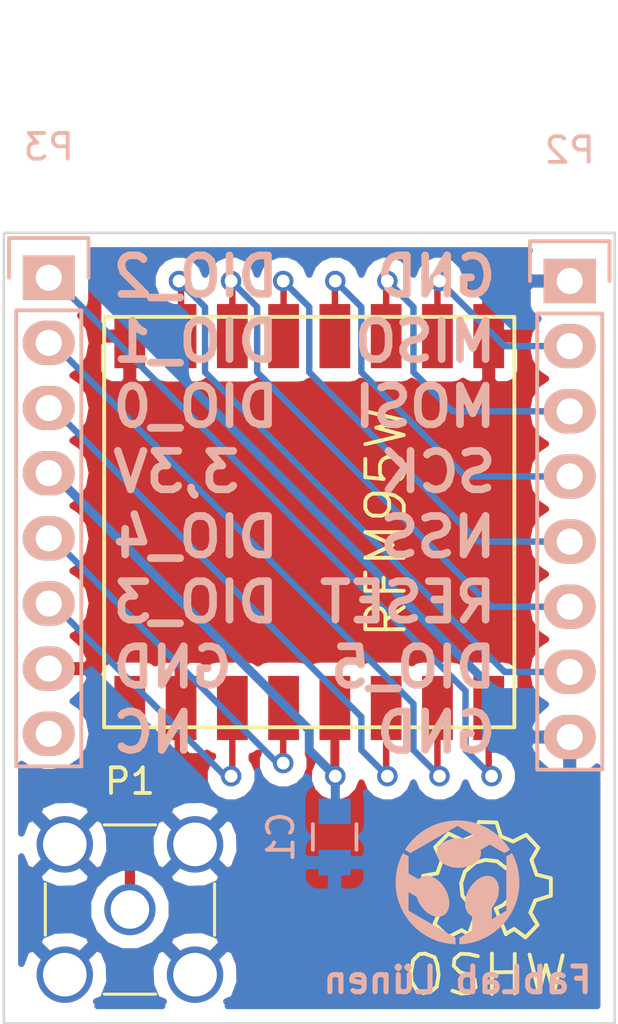
<source format=kicad_pcb>
(kicad_pcb (version 4) (host pcbnew 4.0.5)

  (general
    (links 24)
    (no_connects 5)
    (area 58.074999 61.749999 82.000001 92.675001)
    (thickness 1.6)
    (drawings 21)
    (tracks 88)
    (zones 0)
    (modules 7)
    (nets 16)
  )

  (page A4)
  (layers
    (0 F.Cu signal)
    (31 B.Cu signal)
    (32 B.Adhes user)
    (33 F.Adhes user)
    (34 B.Paste user)
    (35 F.Paste user)
    (36 B.SilkS user)
    (37 F.SilkS user)
    (38 B.Mask user)
    (39 F.Mask user)
    (40 Dwgs.User user)
    (41 Cmts.User user)
    (42 Eco1.User user)
    (43 Eco2.User user)
    (44 Edge.Cuts user)
    (45 Margin user)
    (46 B.CrtYd user)
    (47 F.CrtYd user)
    (48 B.Fab user)
    (49 F.Fab user)
  )

  (setup
    (last_trace_width 0.25)
    (trace_clearance 0.2)
    (zone_clearance 0.508)
    (zone_45_only no)
    (trace_min 0.1524)
    (segment_width 0.15)
    (edge_width 0.1)
    (via_size 0.8)
    (via_drill 0.5)
    (via_min_size 0.6858)
    (via_min_drill 0.3048)
    (uvia_size 0.3)
    (uvia_drill 0.1)
    (uvias_allowed no)
    (uvia_min_size 0)
    (uvia_min_drill 0)
    (pcb_text_width 0.3)
    (pcb_text_size 1.5 1.5)
    (mod_edge_width 0.15)
    (mod_text_size 1 1)
    (mod_text_width 0.15)
    (pad_size 1.5 1.5)
    (pad_drill 0.6)
    (pad_to_mask_clearance 0)
    (aux_axis_origin 0 0)
    (visible_elements FFFDFF7F)
    (pcbplotparams
      (layerselection 0x010f0_80000001)
      (usegerberextensions true)
      (excludeedgelayer true)
      (linewidth 0.100000)
      (plotframeref false)
      (viasonmask false)
      (mode 1)
      (useauxorigin false)
      (hpglpennumber 1)
      (hpglpenspeed 20)
      (hpglpendiameter 15)
      (hpglpenoverlay 2)
      (psnegative false)
      (psa4output false)
      (plotreference false)
      (plotvalue true)
      (plotinvisibletext false)
      (padsonsilk false)
      (subtractmaskfromsilk true)
      (outputformat 1)
      (mirror false)
      (drillshape 0)
      (scaleselection 1)
      (outputdirectory Gerber))
  )

  (net 0 "")
  (net 1 GND)
  (net 2 /ANT)
  (net 3 /MISO)
  (net 4 /MOSI)
  (net 5 /SCK)
  (net 6 /NSS)
  (net 7 /RESET)
  (net 8 /DIO_5)
  (net 9 /DIO_2)
  (net 10 /DIO_1)
  (net 11 /DIO_0)
  (net 12 VCC)
  (net 13 /DIO_4)
  (net 14 /DIO_3)
  (net 15 "Net-(P3-Pad8)")

  (net_class Default "Dies ist die voreingestellte Netzklasse."
    (clearance 0.2)
    (trace_width 0.25)
    (via_dia 0.8)
    (via_drill 0.5)
    (uvia_dia 0.3)
    (uvia_drill 0.1)
    (add_net /DIO_0)
    (add_net /DIO_1)
    (add_net /DIO_2)
    (add_net /DIO_3)
    (add_net /DIO_4)
    (add_net /DIO_5)
    (add_net /MISO)
    (add_net /MOSI)
    (add_net /NSS)
    (add_net /RESET)
    (add_net /SCK)
    (add_net GND)
    (add_net "Net-(P3-Pad8)")
  )

  (net_class ANT ""
    (clearance 0.2)
    (trace_width 0.4)
    (via_dia 0.8)
    (via_drill 0.5)
    (uvia_dia 0.3)
    (uvia_drill 0.1)
    (add_net /ANT)
  )

  (net_class Vcc ""
    (clearance 0.2)
    (trace_width 0.35)
    (via_dia 0.8)
    (via_drill 0.5)
    (uvia_dia 0.3)
    (uvia_drill 0.1)
    (add_net VCC)
  )

  (module "RFM95W.pretty:RFM95(W)" (layer F.Cu) (tedit 58D7A039) (tstamp 586D25A5)
    (at 70.036934 73.07457 270)
    (tags LoRa)
    (path /586BFACD)
    (fp_text reference U1 (at 0 3 270) (layer F.SilkS) hide
      (effects (font (size 1.5 1.5) (thickness 0.15)))
    )
    (fp_text value RFM95W (at 0 -3 270) (layer F.SilkS)
      (effects (font (size 1.5 1.5) (thickness 0.15)))
    )
    (fp_line (start 8 -8) (end -8 -8) (layer F.SilkS) (width 0.15))
    (fp_line (start -8 -8) (end -8 8) (layer F.SilkS) (width 0.15))
    (fp_line (start -8 8) (end 8 8) (layer F.SilkS) (width 0.15))
    (fp_line (start 8 8) (end 8 -8) (layer F.SilkS) (width 0.15))
    (pad 1 smd rect (at -7 -7 270) (size 2.5 1.2) (drill (offset -0.25 0)) (layers F.Cu F.Paste F.Mask)
      (net 1 GND))
    (pad 16 smd rect (at 7 -7 270) (size 2.5 1.2) (drill (offset 0.25 0)) (layers F.Cu F.Paste F.Mask)
      (net 9 /DIO_2))
    (pad 2 smd rect (at -7 -5 270) (size 2.5 1.2) (drill (offset -0.25 0)) (layers F.Cu F.Paste F.Mask)
      (net 3 /MISO))
    (pad 15 smd rect (at 7 -5 270) (size 2.5 1.2) (drill (offset 0.25 0)) (layers F.Cu F.Paste F.Mask)
      (net 10 /DIO_1))
    (pad 3 smd rect (at -7 -3 270) (size 2.5 1.2) (drill (offset -0.25 0)) (layers F.Cu F.Paste F.Mask)
      (net 4 /MOSI))
    (pad 14 smd rect (at 7 -3 270) (size 2.5 1.2) (drill (offset 0.25 0)) (layers F.Cu F.Paste F.Mask)
      (net 11 /DIO_0))
    (pad 4 smd rect (at -7 -1 270) (size 2.5 1.2) (drill (offset -0.25 0)) (layers F.Cu F.Paste F.Mask)
      (net 5 /SCK))
    (pad 13 smd rect (at 7 -1 270) (size 2.5 1.2) (drill (offset 0.25 0)) (layers F.Cu F.Paste F.Mask)
      (net 12 VCC))
    (pad 5 smd rect (at -7 1 270) (size 2.5 1.2) (drill (offset -0.25 0)) (layers F.Cu F.Paste F.Mask)
      (net 6 /NSS))
    (pad 12 smd rect (at 7 1 270) (size 2.5 1.2) (drill (offset 0.25 0)) (layers F.Cu F.Paste F.Mask)
      (net 13 /DIO_4))
    (pad 6 smd rect (at -7 3 270) (size 2.5 1.2) (drill (offset -0.25 0)) (layers F.Cu F.Paste F.Mask)
      (net 7 /RESET))
    (pad 11 smd rect (at 7 3 270) (size 2.5 1.2) (drill (offset 0.25 0)) (layers F.Cu F.Paste F.Mask)
      (net 14 /DIO_3))
    (pad 7 smd rect (at -7 5 270) (size 2.5 1.2) (drill (offset -0.25 0)) (layers F.Cu F.Paste F.Mask)
      (net 8 /DIO_5))
    (pad 10 smd rect (at 7 5 270) (size 2.5 1.2) (drill (offset 0.25 0)) (layers F.Cu F.Paste F.Mask)
      (net 1 GND))
    (pad 8 smd rect (at -7 7 270) (size 2.5 1.2) (drill (offset -0.25 0)) (layers F.Cu F.Paste F.Mask)
      (net 1 GND))
    (pad 9 smd rect (at 7 7 270) (size 2.5 1.2) (drill (offset 0.25 0)) (layers F.Cu F.Paste F.Mask)
      (net 2 /ANT))
  )

  (module Pin_Headers:Pin_Header_Straight_1x08 (layer B.Cu) (tedit 587B0E7A) (tstamp 586D2576)
    (at 80.196934 63.67657 180)
    (descr "Through hole pin header")
    (tags "pin header")
    (path /586BFF23)
    (fp_text reference P2 (at 0 5.1 180) (layer B.SilkS)
      (effects (font (size 1 1) (thickness 0.15)) (justify mirror))
    )
    (fp_text value CONN_01X08 (at 0 3.1 180) (layer B.Fab) hide
      (effects (font (size 1 1) (thickness 0.15)) (justify mirror))
    )
    (fp_line (start -1.75 1.75) (end -1.75 -19.55) (layer B.CrtYd) (width 0.05))
    (fp_line (start 1.75 1.75) (end 1.75 -19.55) (layer B.CrtYd) (width 0.05))
    (fp_line (start -1.75 1.75) (end 1.75 1.75) (layer B.CrtYd) (width 0.05))
    (fp_line (start -1.75 -19.55) (end 1.75 -19.55) (layer B.CrtYd) (width 0.05))
    (fp_line (start 1.27 -1.27) (end 1.27 -19.05) (layer B.SilkS) (width 0.15))
    (fp_line (start 1.27 -19.05) (end -1.27 -19.05) (layer B.SilkS) (width 0.15))
    (fp_line (start -1.27 -19.05) (end -1.27 -1.27) (layer B.SilkS) (width 0.15))
    (fp_line (start 1.55 1.55) (end 1.55 0) (layer B.SilkS) (width 0.15))
    (fp_line (start 1.27 -1.27) (end -1.27 -1.27) (layer B.SilkS) (width 0.15))
    (fp_line (start -1.55 0) (end -1.55 1.55) (layer B.SilkS) (width 0.15))
    (fp_line (start -1.55 1.55) (end 1.55 1.55) (layer B.SilkS) (width 0.15))
    (pad 1 thru_hole rect (at 0 0 180) (size 2.032 1.7272) (drill 1.016) (layers *.Cu *.Mask B.SilkS)
      (net 1 GND))
    (pad 2 thru_hole oval (at 0 -2.54 180) (size 2.032 1.7272) (drill 1.016) (layers *.Cu *.Mask B.SilkS)
      (net 3 /MISO))
    (pad 3 thru_hole oval (at 0 -5.08 180) (size 2.032 1.7272) (drill 1.016) (layers *.Cu *.Mask B.SilkS)
      (net 4 /MOSI))
    (pad 4 thru_hole oval (at 0 -7.62 180) (size 2.032 1.7272) (drill 1.016) (layers *.Cu *.Mask B.SilkS)
      (net 5 /SCK))
    (pad 5 thru_hole oval (at 0 -10.16 180) (size 2.032 1.7272) (drill 1.016) (layers *.Cu *.Mask B.SilkS)
      (net 6 /NSS))
    (pad 6 thru_hole oval (at 0 -12.7 180) (size 2.032 1.7272) (drill 1.016) (layers *.Cu *.Mask B.SilkS)
      (net 7 /RESET))
    (pad 7 thru_hole oval (at 0 -15.24 180) (size 2.032 1.7272) (drill 1.016) (layers *.Cu *.Mask B.SilkS)
      (net 8 /DIO_5))
    (pad 8 thru_hole oval (at 0 -17.78 180) (size 2.032 1.7272) (drill 1.016) (layers *.Cu *.Mask B.SilkS)
      (net 1 GND))
    (model Pin_Headers.3dshapes/Pin_Header_Straight_1x08.wrl
      (at (xyz 0 -0.35 0))
      (scale (xyz 1 1 1))
      (rotate (xyz 0 0 90))
    )
  )

  (module Pin_Headers:Pin_Header_Straight_1x08 (layer B.Cu) (tedit 587B0E76) (tstamp 586D258D)
    (at 59.876934 63.54957 180)
    (descr "Through hole pin header")
    (tags "pin header")
    (path /586BFFD6)
    (fp_text reference P3 (at 0 5.1 180) (layer B.SilkS)
      (effects (font (size 1 1) (thickness 0.15)) (justify mirror))
    )
    (fp_text value CONN_01X08 (at 0 3.1 180) (layer B.Fab) hide
      (effects (font (size 1 1) (thickness 0.15)) (justify mirror))
    )
    (fp_line (start -1.75 1.75) (end -1.75 -19.55) (layer B.CrtYd) (width 0.05))
    (fp_line (start 1.75 1.75) (end 1.75 -19.55) (layer B.CrtYd) (width 0.05))
    (fp_line (start -1.75 1.75) (end 1.75 1.75) (layer B.CrtYd) (width 0.05))
    (fp_line (start -1.75 -19.55) (end 1.75 -19.55) (layer B.CrtYd) (width 0.05))
    (fp_line (start 1.27 -1.27) (end 1.27 -19.05) (layer B.SilkS) (width 0.15))
    (fp_line (start 1.27 -19.05) (end -1.27 -19.05) (layer B.SilkS) (width 0.15))
    (fp_line (start -1.27 -19.05) (end -1.27 -1.27) (layer B.SilkS) (width 0.15))
    (fp_line (start 1.55 1.55) (end 1.55 0) (layer B.SilkS) (width 0.15))
    (fp_line (start 1.27 -1.27) (end -1.27 -1.27) (layer B.SilkS) (width 0.15))
    (fp_line (start -1.55 0) (end -1.55 1.55) (layer B.SilkS) (width 0.15))
    (fp_line (start -1.55 1.55) (end 1.55 1.55) (layer B.SilkS) (width 0.15))
    (pad 1 thru_hole rect (at 0 0 180) (size 2.032 1.7272) (drill 1.016) (layers *.Cu *.Mask B.SilkS)
      (net 9 /DIO_2))
    (pad 2 thru_hole oval (at 0 -2.54 180) (size 2.032 1.7272) (drill 1.016) (layers *.Cu *.Mask B.SilkS)
      (net 10 /DIO_1))
    (pad 3 thru_hole oval (at 0 -5.08 180) (size 2.032 1.7272) (drill 1.016) (layers *.Cu *.Mask B.SilkS)
      (net 11 /DIO_0))
    (pad 4 thru_hole oval (at 0 -7.62 180) (size 2.032 1.7272) (drill 1.016) (layers *.Cu *.Mask B.SilkS)
      (net 12 VCC))
    (pad 5 thru_hole oval (at 0 -10.16 180) (size 2.032 1.7272) (drill 1.016) (layers *.Cu *.Mask B.SilkS)
      (net 13 /DIO_4))
    (pad 6 thru_hole oval (at 0 -12.7 180) (size 2.032 1.7272) (drill 1.016) (layers *.Cu *.Mask B.SilkS)
      (net 14 /DIO_3))
    (pad 7 thru_hole oval (at 0 -15.24 180) (size 2.032 1.7272) (drill 1.016) (layers *.Cu *.Mask B.SilkS)
      (net 1 GND))
    (pad 8 thru_hole oval (at 0 -17.78 180) (size 2.032 1.7272) (drill 1.016) (layers *.Cu *.Mask B.SilkS)
      (net 15 "Net-(P3-Pad8)"))
    (model Pin_Headers.3dshapes/Pin_Header_Straight_1x08.wrl
      (at (xyz 0 -0.35 0))
      (scale (xyz 1 1 1))
      (rotate (xyz 0 0 90))
    )
  )

  (module Capacitors_SMD:C_0805 (layer B.Cu) (tedit 587B0E88) (tstamp 587240F5)
    (at 71.027534 85.35293 270)
    (descr "Capacitor SMD 0805, reflow soldering, AVX (see smccp.pdf)")
    (tags "capacitor 0805")
    (path /58723FEB)
    (attr smd)
    (fp_text reference C1 (at 0 2.1 270) (layer B.SilkS)
      (effects (font (size 1 1) (thickness 0.15)) (justify mirror))
    )
    (fp_text value 10uF (at 0 -2.1 270) (layer B.Fab) hide
      (effects (font (size 1 1) (thickness 0.15)) (justify mirror))
    )
    (fp_line (start -1.8 1) (end 1.8 1) (layer B.CrtYd) (width 0.05))
    (fp_line (start -1.8 -1) (end 1.8 -1) (layer B.CrtYd) (width 0.05))
    (fp_line (start -1.8 1) (end -1.8 -1) (layer B.CrtYd) (width 0.05))
    (fp_line (start 1.8 1) (end 1.8 -1) (layer B.CrtYd) (width 0.05))
    (fp_line (start 0.5 0.85) (end -0.5 0.85) (layer B.SilkS) (width 0.15))
    (fp_line (start -0.5 -0.85) (end 0.5 -0.85) (layer B.SilkS) (width 0.15))
    (pad 1 smd rect (at -1 0 270) (size 1 1.25) (layers B.Cu B.Paste B.Mask)
      (net 12 VCC))
    (pad 2 smd rect (at 1 0 270) (size 1 1.25) (layers B.Cu B.Paste B.Mask)
      (net 1 GND))
    (model Capacitors_SMD.3dshapes/C_0805.wrl
      (at (xyz 0 0 0))
      (scale (xyz 1 1 1))
      (rotate (xyz 0 0 0))
    )
  )

  (module RFM95W.pretty:FabLab_Logo (layer B.Cu) (tedit 587B0E01) (tstamp 587CFC05)
    (at 75.819 87.122 180)
    (fp_text reference G*** (at 0 -7.62 180) (layer B.SilkS) hide
      (effects (font (thickness 0.3)) (justify mirror))
    )
    (fp_text value "FabLab Lünen" (at 0 -3.81 180) (layer B.SilkS)
      (effects (font (size 1 1) (thickness 0.2)) (justify mirror))
    )
    (fp_poly (pts (xy -2.123175 1.132814) (xy -2.121627 1.131962) (xy -2.119155 1.130577) (xy -2.115809 1.128685)
      (xy -2.111637 1.126313) (xy -2.106685 1.12349) (xy -2.101001 1.120242) (xy -2.094635 1.116597)
      (xy -2.087632 1.112583) (xy -2.080042 1.108226) (xy -2.071913 1.103555) (xy -2.063291 1.098596)
      (xy -2.054225 1.093378) (xy -2.044762 1.087927) (xy -2.034951 1.082271) (xy -2.024839 1.076437)
      (xy -2.017553 1.07223) (xy -1.912132 1.011357) (xy -1.911984 -0.048461) (xy -1.911837 -1.108278)
      (xy -1.623341 -1.274922) (xy -1.606242 -1.284798) (xy -1.589397 -1.294527) (xy -1.572834 -1.304092)
      (xy -1.556582 -1.313477) (xy -1.54067 -1.322665) (xy -1.525126 -1.33164) (xy -1.509979 -1.340384)
      (xy -1.495258 -1.348881) (xy -1.480991 -1.357116) (xy -1.467208 -1.365071) (xy -1.453936 -1.372729)
      (xy -1.441206 -1.380075) (xy -1.429044 -1.387091) (xy -1.41748 -1.393761) (xy -1.406544 -1.400069)
      (xy -1.396262 -1.405997) (xy -1.386665 -1.41153) (xy -1.377781 -1.416651) (xy -1.369638 -1.421343)
      (xy -1.362265 -1.42559) (xy -1.355691 -1.429375) (xy -1.349945 -1.432681) (xy -1.345056 -1.435493)
      (xy -1.341051 -1.437793) (xy -1.33796 -1.439564) (xy -1.335812 -1.440792) (xy -1.334635 -1.441458)
      (xy -1.334404 -1.441582) (xy -1.334372 -1.441002) (xy -1.33434 -1.439286) (xy -1.334309 -1.436475)
      (xy -1.334279 -1.43261) (xy -1.33425 -1.427732) (xy -1.334222 -1.421882) (xy -1.334195 -1.415099)
      (xy -1.334168 -1.407425) (xy -1.334143 -1.398901) (xy -1.33412 -1.389567) (xy -1.334097 -1.379464)
      (xy -1.334076 -1.368633) (xy -1.334057 -1.357115) (xy -1.334039 -1.34495) (xy -1.334023 -1.332179)
      (xy -1.334008 -1.318843) (xy -1.333996 -1.304982) (xy -1.333985 -1.290637) (xy -1.333976 -1.27585)
      (xy -1.33397 -1.26066) (xy -1.333965 -1.245109) (xy -1.333963 -1.229237) (xy -1.333963 -1.002239)
      (xy -1.344164 -0.989445) (xy -1.36666 -0.960362) (xy -1.388325 -0.93059) (xy -1.409136 -0.900179)
      (xy -1.429067 -0.86918) (xy -1.448095 -0.837643) (xy -1.466195 -0.805617) (xy -1.483343 -0.773152)
      (xy -1.499515 -0.740298) (xy -1.514685 -0.707105) (xy -1.52883 -0.673622) (xy -1.541926 -0.6399)
      (xy -1.553947 -0.605989) (xy -1.56487 -0.571938) (xy -1.574669 -0.537798) (xy -1.583322 -0.503617)
      (xy -1.584794 -0.497296) (xy -1.590424 -0.471481) (xy -1.595314 -0.446197) (xy -1.599502 -0.421176)
      (xy -1.603025 -0.396152) (xy -1.605922 -0.370858) (xy -1.608229 -0.345027) (xy -1.609914 -0.319669)
      (xy -1.610106 -0.315428) (xy -1.610267 -0.310218) (xy -1.610398 -0.304209) (xy -1.610498 -0.297574)
      (xy -1.610567 -0.290484) (xy -1.610606 -0.283108) (xy -1.610614 -0.275619) (xy -1.610591 -0.268188)
      (xy -1.610538 -0.260985) (xy -1.610454 -0.254182) (xy -1.61034 -0.247949) (xy -1.610195 -0.242458)
      (xy -1.610019 -0.23788) (xy -1.609912 -0.235855) (xy -1.608304 -0.213143) (xy -1.606254 -0.191399)
      (xy -1.603739 -0.170496) (xy -1.600733 -0.150302) (xy -1.597215 -0.130688) (xy -1.59316 -0.111524)
      (xy -1.588544 -0.092679) (xy -1.583344 -0.074026) (xy -1.577536 -0.055432) (xy -1.576317 -0.051759)
      (xy -1.568174 -0.029093) (xy -1.559199 -0.00717) (xy -1.549406 0.013991) (xy -1.538808 0.03437)
      (xy -1.527418 0.053946) (xy -1.515249 0.072699) (xy -1.502315 0.090609) (xy -1.488628 0.107657)
      (xy -1.474202 0.123821) (xy -1.459051 0.139083) (xy -1.443186 0.15342) (xy -1.439539 0.156501)
      (xy -1.42281 0.169693) (xy -1.405419 0.181922) (xy -1.387403 0.193169) (xy -1.368799 0.203416)
      (xy -1.349646 0.212645) (xy -1.329981 0.220837) (xy -1.309841 0.227974) (xy -1.289264 0.234038)
      (xy -1.270897 0.238457) (xy -1.249467 0.242489) (xy -1.227638 0.245428) (xy -1.20544 0.247276)
      (xy -1.182903 0.248035) (xy -1.160056 0.247708) (xy -1.136929 0.246296) (xy -1.11355 0.243803)
      (xy -1.089951 0.24023) (xy -1.06616 0.23558) (xy -1.042207 0.229854) (xy -1.018122 0.223056)
      (xy -1.000766 0.217516) (xy -0.974664 0.208192) (xy -0.948609 0.197713) (xy -0.922633 0.186103)
      (xy -0.896766 0.173382) (xy -0.87104 0.159574) (xy -0.845485 0.144699) (xy -0.820132 0.128781)
      (xy -0.795012 0.111842) (xy -0.770157 0.093903) (xy -0.745596 0.074986) (xy -0.721361 0.055114)
      (xy -0.697482 0.034309) (xy -0.673991 0.012593) (xy -0.650919 -0.010013) (xy -0.628295 -0.033485)
      (xy -0.606152 -0.057803) (xy -0.59048 -0.075874) (xy -0.567511 -0.103723) (xy -0.545337 -0.13226)
      (xy -0.523976 -0.161441) (xy -0.503451 -0.191222) (xy -0.48378 -0.221558) (xy -0.464984 -0.252404)
      (xy -0.447084 -0.283717) (xy -0.4301 -0.315451) (xy -0.414052 -0.347563) (xy -0.398961 -0.380007)
      (xy -0.384846 -0.412741) (xy -0.371729 -0.445718) (xy -0.359629 -0.478895) (xy -0.348566 -0.512227)
      (xy -0.338562 -0.54567) (xy -0.329637 -0.57918) (xy -0.321809 -0.612711) (xy -0.315101 -0.64622)
      (xy -0.309533 -0.679662) (xy -0.307372 -0.69492) (xy -0.305081 -0.713111) (xy -0.303196 -0.730514)
      (xy -0.301696 -0.747437) (xy -0.30056 -0.764189) (xy -0.299767 -0.781078) (xy -0.299298 -0.798412)
      (xy -0.29913 -0.8165) (xy -0.299129 -0.818141) (xy -0.299151 -0.827361) (xy -0.299219 -0.835631)
      (xy -0.299342 -0.843177) (xy -0.299529 -0.850226) (xy -0.299789 -0.857002) (xy -0.300131 -0.863734)
      (xy -0.300564 -0.870645) (xy -0.301095 -0.877963) (xy -0.301735 -0.885913) (xy -0.301773 -0.886368)
      (xy -0.304487 -0.913108) (xy -0.3081 -0.939289) (xy -0.312602 -0.964883) (xy -0.317983 -0.989864)
      (xy -0.324237 -1.014203) (xy -0.331352 -1.037874) (xy -0.339321 -1.060849) (xy -0.348135 -1.0831)
      (xy -0.357784 -1.104601) (xy -0.36826 -1.125325) (xy -0.379553 -1.145243) (xy -0.391656 -1.164328)
      (xy -0.393409 -1.166924) (xy -0.406451 -1.185103) (xy -0.420201 -1.202349) (xy -0.434653 -1.218657)
      (xy -0.449803 -1.234023) (xy -0.465645 -1.248443) (xy -0.482173 -1.261911) (xy -0.499381 -1.274424)
      (xy -0.517265 -1.285977) (xy -0.535819 -1.296564) (xy -0.555037 -1.306183) (xy -0.567141 -1.311596)
      (xy -0.575817 -1.315307) (xy -0.575521 -1.879951) (xy -0.327315 -2.023298) (xy -0.079108 -2.166646)
      (xy -0.07896 -2.287889) (xy -0.078811 -2.409133) (xy -0.085724 -2.409018) (xy -0.088975 -2.408955)
      (xy -0.092279 -2.408876) (xy -0.095183 -2.408792) (xy -0.096753 -2.408736) (xy -0.150188 -2.405991)
      (xy -0.203423 -2.402094) (xy -0.256447 -2.397046) (xy -0.309244 -2.390853) (xy -0.361802 -2.383518)
      (xy -0.414106 -2.375044) (xy -0.466145 -2.365435) (xy -0.517903 -2.354695) (xy -0.569367 -2.342827)
      (xy -0.620525 -2.329836) (xy -0.671362 -2.315724) (xy -0.721865 -2.300496) (xy -0.77202 -2.284155)
      (xy -0.821815 -2.266705) (xy -0.871235 -2.24815) (xy -0.920266 -2.228492) (xy -0.968896 -2.207737)
      (xy -1.017111 -2.185887) (xy -1.064898 -2.162946) (xy -1.112242 -2.138918) (xy -1.135456 -2.126651)
      (xy -1.182049 -2.10104) (xy -1.228048 -2.074415) (xy -1.273441 -2.046785) (xy -1.318214 -2.018161)
      (xy -1.362352 -1.988552) (xy -1.405843 -1.957968) (xy -1.448673 -1.926418) (xy -1.490827 -1.893914)
      (xy -1.532292 -1.860463) (xy -1.573055 -1.826076) (xy -1.613102 -1.790764) (xy -1.635693 -1.770142)
      (xy -1.652573 -1.754353) (xy -1.669911 -1.737781) (xy -1.687512 -1.720621) (xy -1.705182 -1.703069)
      (xy -1.722724 -1.685322) (xy -1.739946 -1.667574) (xy -1.756651 -1.650021) (xy -1.772644 -1.632859)
      (xy -1.775716 -1.629517) (xy -1.811274 -1.589883) (xy -1.845894 -1.549553) (xy -1.879568 -1.508544)
      (xy -1.912287 -1.466872) (xy -1.944043 -1.424553) (xy -1.974828 -1.381605) (xy -2.004633 -1.338042)
      (xy -2.03345 -1.293881) (xy -2.061272 -1.249139) (xy -2.088089 -1.203832) (xy -2.113893 -1.157976)
      (xy -2.138677 -1.111587) (xy -2.162432 -1.064682) (xy -2.185149 -1.017277) (xy -2.20682 -0.969388)
      (xy -2.227437 -0.921031) (xy -2.246992 -0.872223) (xy -2.265477 -0.82298) (xy -2.282883 -0.773319)
      (xy -2.299201 -0.723255) (xy -2.314424 -0.672804) (xy -2.328544 -0.621984) (xy -2.341552 -0.570811)
      (xy -2.353439 -0.5193) (xy -2.362616 -0.475464) (xy -2.372059 -0.425441) (xy -2.38042 -0.375401)
      (xy -2.387707 -0.325264) (xy -2.393928 -0.274951) (xy -2.399094 -0.224382) (xy -2.403212 -0.173479)
      (xy -2.406291 -0.122162) (xy -2.40834 -0.070352) (xy -2.408602 -0.060876) (xy -2.408887 -0.047354)
      (xy -2.409073 -0.032848) (xy -2.40916 -0.017547) (xy -2.409155 -0.001638) (xy -2.409059 0.01469)
      (xy -2.408873 0.031249) (xy -2.408601 0.047851) (xy -2.408245 0.064308) (xy -2.407809 0.080431)
      (xy -2.407295 0.096033) (xy -2.406706 0.110926) (xy -2.406045 0.124921) (xy -2.405886 0.127926)
      (xy -2.402441 0.181004) (xy -2.397836 0.233897) (xy -2.392074 0.286594) (xy -2.385159 0.339082)
      (xy -2.377092 0.391351) (xy -2.367879 0.443387) (xy -2.357521 0.49518) (xy -2.346023 0.546717)
      (xy -2.333387 0.597986) (xy -2.319617 0.648976) (xy -2.304716 0.699674) (xy -2.288688 0.750068)
      (xy -2.271535 0.800148) (xy -2.253262 0.8499) (xy -2.23387 0.899314) (xy -2.213364 0.948376)
      (xy -2.191746 0.997076) (xy -2.169021 1.045401) (xy -2.145191 1.093339) (xy -2.134523 1.113988)
      (xy -2.132226 1.118344) (xy -2.130074 1.122351) (xy -2.128131 1.125894) (xy -2.126462 1.128856)
      (xy -2.125134 1.131123) (xy -2.12421 1.132577) (xy -2.123758 1.133104) (xy -2.123754 1.133104)
      (xy -2.123175 1.132814)) (layer B.SilkS) (width 0.01))
    (fp_poly (pts (xy 2.125089 1.131587) (xy 2.125962 1.130026) (xy 2.127248 1.127663) (xy 2.128882 1.124617)
      (xy 2.130799 1.12101) (xy 2.132935 1.116962) (xy 2.135183 1.112674) (xy 2.159378 1.065118)
      (xy 2.182485 1.01714) (xy 2.204498 0.968754) (xy 2.225414 0.919975) (xy 2.245228 0.870821)
      (xy 2.263936 0.821306) (xy 2.281533 0.771445) (xy 2.298016 0.721256) (xy 2.313378 0.670753)
      (xy 2.327616 0.619952) (xy 2.340726 0.568868) (xy 2.352703 0.517518) (xy 2.363543 0.465918)
      (xy 2.37324 0.414082) (xy 2.381792 0.362026) (xy 2.389192 0.309767) (xy 2.395438 0.257319)
      (xy 2.400523 0.204699) (xy 2.403503 0.166157) (xy 2.404742 0.147387) (xy 2.405809 0.129292)
      (xy 2.406713 0.111645) (xy 2.40746 0.094222) (xy 2.408059 0.076797) (xy 2.408517 0.059144)
      (xy 2.408841 0.041037) (xy 2.40904 0.022252) (xy 2.40912 0.002563) (xy 2.409123 -0.001177)
      (xy 2.409062 -0.021963) (xy 2.408869 -0.041816) (xy 2.408536 -0.060974) (xy 2.408054 -0.079674)
      (xy 2.407416 -0.098154) (xy 2.406615 -0.116649) (xy 2.405642 -0.135398) (xy 2.404491 -0.154638)
      (xy 2.403814 -0.164981) (xy 2.399661 -0.218068) (xy 2.394353 -0.27096) (xy 2.387892 -0.32364)
      (xy 2.380285 -0.376094) (xy 2.371535 -0.428305) (xy 2.361648 -0.480258) (xy 2.350626 -0.531938)
      (xy 2.338477 -0.583329) (xy 2.325202 -0.634416) (xy 2.310808 -0.685183) (xy 2.295299 -0.735615)
      (xy 2.278679 -0.785696) (xy 2.260953 -0.835411) (xy 2.242126 -0.884744) (xy 2.222201 -0.933679)
      (xy 2.201184 -0.982202) (xy 2.179078 -1.030296) (xy 2.15589 -1.077947) (xy 2.131622 -1.125138)
      (xy 2.111941 -1.16163) (xy 2.085839 -1.207828) (xy 2.058728 -1.253428) (xy 2.030621 -1.298414)
      (xy 2.001533 -1.342768) (xy 1.97148 -1.38647) (xy 1.940475 -1.429504) (xy 1.908533 -1.471851)
      (xy 1.875668 -1.513492) (xy 1.841896 -1.554409) (xy 1.80723 -1.594585) (xy 1.771685 -1.634001)
      (xy 1.735277 -1.67264) (xy 1.698018 -1.710482) (xy 1.659925 -1.74751) (xy 1.621011 -1.783705)
      (xy 1.592166 -1.809528) (xy 1.551789 -1.844316) (xy 1.510697 -1.878177) (xy 1.468908 -1.9111)
      (xy 1.426436 -1.943075) (xy 1.3833 -1.974089) (xy 1.339516 -2.004133) (xy 1.295101 -2.033196)
      (xy 1.250071 -2.061265) (xy 1.204442 -2.088332) (xy 1.158232 -2.114383) (xy 1.111458 -2.13941)
      (xy 1.064135 -2.1634) (xy 1.027462 -2.181098) (xy 0.979257 -2.203209) (xy 0.930619 -2.224229)
      (xy 0.881564 -2.244152) (xy 0.832107 -2.262973) (xy 0.782264 -2.280689) (xy 0.732049 -2.297295)
      (xy 0.68148 -2.312787) (xy 0.630572 -2.327159) (xy 0.579339 -2.340407) (xy 0.527798 -2.352527)
      (xy 0.475964 -2.363514) (xy 0.423853 -2.373364) (xy 0.37148 -2.382071) (xy 0.318861 -2.389633)
      (xy 0.307024 -2.391171) (xy 0.271913 -2.395386) (xy 0.236823 -2.39907) (xy 0.201533 -2.402242)
      (xy 0.165821 -2.404921) (xy 0.129465 -2.407124) (xy 0.092243 -2.408869) (xy 0.091607 -2.408895)
      (xy 0.081756 -2.40929) (xy 0.081756 -2.165267) (xy 0.996117 -1.637152) (xy 1.026651 -1.619517)
      (xy 1.056943 -1.60202) (xy 1.086977 -1.584673) (xy 1.116738 -1.567483) (xy 1.146208 -1.550461)
      (xy 1.175373 -1.533616) (xy 1.204215 -1.516956) (xy 1.232719 -1.500492) (xy 1.260869 -1.484232)
      (xy 1.288648 -1.468186) (xy 1.316041 -1.452363) (xy 1.34303 -1.436773) (xy 1.369601 -1.421425)
      (xy 1.395737 -1.406327) (xy 1.421422 -1.39149) (xy 1.44664 -1.376923) (xy 1.471375 -1.362635)
      (xy 1.49561 -1.348635) (xy 1.519329 -1.334933) (xy 1.542517 -1.321538) (xy 1.565157 -1.308459)
      (xy 1.587233 -1.295705) (xy 1.60873 -1.283287) (xy 1.62963 -1.271212) (xy 1.649918 -1.259491)
      (xy 1.669578 -1.248133) (xy 1.688593 -1.237148) (xy 1.706948 -1.226543) (xy 1.724626 -1.216329)
      (xy 1.741611 -1.206516) (xy 1.757888 -1.197111) (xy 1.773439 -1.188126) (xy 1.788249 -1.179568)
      (xy 1.802303 -1.171447) (xy 1.815582 -1.163774) (xy 1.828073 -1.156556) (xy 1.839758 -1.149803)
      (xy 1.850621 -1.143525) (xy 1.860646 -1.13773) (xy 1.869817 -1.132429) (xy 1.878119 -1.12763)
      (xy 1.885534 -1.123343) (xy 1.892047 -1.119577) (xy 1.897642 -1.116342) (xy 1.902302 -1.113646)
      (xy 1.906012 -1.111499) (xy 1.908755 -1.10991) (xy 1.910515 -1.108889) (xy 1.911277 -1.108445)
      (xy 1.911309 -1.108425) (xy 1.911366 -1.108264) (xy 1.91142 -1.107847) (xy 1.911472 -1.10715)
      (xy 1.911521 -1.106146) (xy 1.911567 -1.10481) (xy 1.911611 -1.103116) (xy 1.911652 -1.101038)
      (xy 1.911692 -1.098549) (xy 1.911728 -1.095625) (xy 1.911763 -1.092239) (xy 1.911795 -1.088365)
      (xy 1.911824 -1.083978) (xy 1.911852 -1.079051) (xy 1.911877 -1.073559) (xy 1.911901 -1.067476)
      (xy 1.911922 -1.060776) (xy 1.911942 -1.053432) (xy 1.911959 -1.04542) (xy 1.911975 -1.036713)
      (xy 1.911988 -1.027285) (xy 1.912 -1.017111) (xy 1.91201 -1.006165) (xy 1.912019 -0.99442)
      (xy 1.912025 -0.981851) (xy 1.91203 -0.968432) (xy 1.912034 -0.954137) (xy 1.912036 -0.93894)
      (xy 1.912037 -0.922815) (xy 1.912036 -0.905737) (xy 1.912034 -0.887679) (xy 1.91203 -0.868616)
      (xy 1.912025 -0.848522) (xy 1.912019 -0.827371) (xy 1.912012 -0.805136) (xy 1.912004 -0.781793)
      (xy 1.911994 -0.757315) (xy 1.911988 -0.741953) (xy 1.911838 -0.376092) (xy 1.75215 -0.468605)
      (xy 1.592463 -0.561119) (xy 1.586235 -0.580672) (xy 1.574248 -0.616384) (xy 1.561134 -0.651808)
      (xy 1.546919 -0.686898) (xy 1.531627 -0.721611) (xy 1.515283 -0.7559) (xy 1.497911 -0.789721)
      (xy 1.479537 -0.823029) (xy 1.460185 -0.855779) (xy 1.439879 -0.887925) (xy 1.418645 -0.919423)
      (xy 1.396507 -0.950228) (xy 1.37349 -0.980295) (xy 1.353058 -1.005472) (xy 1.343647 -1.016655)
      (xy 1.334646 -1.027118) (xy 1.325844 -1.037098) (xy 1.317025 -1.046829) (xy 1.307978 -1.056544)
      (xy 1.298489 -1.06648) (xy 1.288345 -1.07687) (xy 1.286042 -1.079201) (xy 1.269584 -1.095559)
      (xy 1.253471 -1.111004) (xy 1.237537 -1.125681) (xy 1.221614 -1.139736) (xy 1.205538 -1.153314)
      (xy 1.189139 -1.166562) (xy 1.172253 -1.179624) (xy 1.163983 -1.185828) (xy 1.152614 -1.194175)
      (xy 1.141769 -1.201921) (xy 1.131133 -1.209286) (xy 1.120388 -1.21649) (xy 1.112519 -1.22163)
      (xy 1.08827 -1.236755) (xy 1.063859 -1.250898) (xy 1.039323 -1.264043) (xy 1.0147 -1.276176)
      (xy 0.990029 -1.287281) (xy 0.965348 -1.297345) (xy 0.940695 -1.306352) (xy 0.916109 -1.314288)
      (xy 0.891627 -1.321138) (xy 0.867288 -1.326887) (xy 0.843131 -1.331521) (xy 0.819193 -1.335026)
      (xy 0.815961 -1.335414) (xy 0.809522 -1.336141) (xy 0.803671 -1.336741) (xy 0.798169 -1.337227)
      (xy 0.792777 -1.337614) (xy 0.787255 -1.337916) (xy 0.781363 -1.338148) (xy 0.774863 -1.338324)
      (xy 0.767514 -1.338459) (xy 0.764538 -1.338501) (xy 0.755975 -1.338585) (xy 0.748367 -1.338591)
      (xy 0.741494 -1.33851) (xy 0.735136 -1.338333) (xy 0.729073 -1.338052) (xy 0.723085 -1.337659)
      (xy 0.716953 -1.337143) (xy 0.710458 -1.336497) (xy 0.708462 -1.336283) (xy 0.686458 -1.333319)
      (xy 0.664911 -1.329274) (xy 0.64384 -1.32416) (xy 0.623264 -1.317989) (xy 0.6032 -1.310771)
      (xy 0.583669 -1.302518) (xy 0.564688 -1.293241) (xy 0.546277 -1.282952) (xy 0.528452 -1.271661)
      (xy 0.511234 -1.25938) (xy 0.494641 -1.24612) (xy 0.478692 -1.231892) (xy 0.463404 -1.216708)
      (xy 0.448797 -1.200579) (xy 0.43489 -1.183516) (xy 0.4217 -1.16553) (xy 0.418549 -1.160939)
      (xy 0.410724 -1.148872) (xy 0.402926 -1.135863) (xy 0.395276 -1.122138) (xy 0.38789 -1.107929)
      (xy 0.380889 -1.093463) (xy 0.37439 -1.078971) (xy 0.368513 -1.064681) (xy 0.367902 -1.063112)
      (xy 0.359392 -1.039575) (xy 0.351813 -1.015347) (xy 0.345167 -0.990464) (xy 0.339456 -0.964957)
      (xy 0.334682 -0.93886) (xy 0.330849 -0.912206) (xy 0.327958 -0.885028) (xy 0.326011 -0.857358)
      (xy 0.32501 -0.829231) (xy 0.324959 -0.800678) (xy 0.325859 -0.771733) (xy 0.327712 -0.742429)
      (xy 0.330521 -0.712799) (xy 0.334288 -0.682876) (xy 0.339016 -0.652693) (xy 0.339444 -0.650219)
      (xy 0.345997 -0.61598) (xy 0.35371 -0.581726) (xy 0.362569 -0.547494) (xy 0.37256 -0.513322)
      (xy 0.383669 -0.479244) (xy 0.39588 -0.445297) (xy 0.40918 -0.411519) (xy 0.423554 -0.377944)
      (xy 0.438987 -0.344611) (xy 0.455466 -0.311554) (xy 0.472974 -0.27881) (xy 0.491499 -0.246416)
      (xy 0.511026 -0.214409) (xy 0.515702 -0.207035) (xy 0.534825 -0.177997) (xy 0.554701 -0.149593)
      (xy 0.575411 -0.121716) (xy 0.597039 -0.094257) (xy 0.619668 -0.067108) (xy 0.643382 -0.04016)
      (xy 0.645127 -0.038231) (xy 0.648329 -0.03476) (xy 0.652262 -0.030594) (xy 0.656808 -0.025852)
      (xy 0.661849 -0.020653) (xy 0.667267 -0.015115) (xy 0.672942 -0.009358) (xy 0.678758 -0.0035)
      (xy 0.684595 0.00234) (xy 0.690335 0.008043) (xy 0.69586 0.013491) (xy 0.701052 0.018564)
      (xy 0.705792 0.023144) (xy 0.709962 0.027113) (xy 0.713444 0.030351) (xy 0.713447 0.030353)
      (xy 0.738745 0.052822) (xy 0.764227 0.074128) (xy 0.789893 0.094275) (xy 0.815746 0.113261)
      (xy 0.841786 0.131089) (xy 0.868016 0.147759) (xy 0.894435 0.163272) (xy 0.921046 0.177629)
      (xy 0.94785 0.19083) (xy 0.974848 0.202877) (xy 1.001355 0.21351) (xy 1.026458 0.222474)
      (xy 1.051453 0.230285) (xy 1.076391 0.236956) (xy 1.101327 0.242499) (xy 1.126313 0.246926)
      (xy 1.151402 0.250249) (xy 1.163689 0.251473) (xy 1.168252 0.25181) (xy 1.173775 0.252103)
      (xy 1.180042 0.25235) (xy 1.186838 0.252548) (xy 1.193948 0.252694) (xy 1.201156 0.252785)
      (xy 1.208246 0.252819) (xy 1.215003 0.252791) (xy 1.221211 0.252701) (xy 1.226655 0.252544)
      (xy 1.230218 0.252374) (xy 1.252737 0.250495) (xy 1.274768 0.247549) (xy 1.296306 0.243539)
      (xy 1.317349 0.238465) (xy 1.337892 0.232328) (xy 1.357932 0.225131) (xy 1.377466 0.216874)
      (xy 1.396491 0.207559) (xy 1.415003 0.197186) (xy 1.432998 0.185758) (xy 1.450472 0.173275)
      (xy 1.459537 0.16622) (xy 1.466581 0.160382) (xy 1.474031 0.153857) (xy 1.481639 0.146878)
      (xy 1.489155 0.139684) (xy 1.496331 0.132509) (xy 1.502919 0.125591) (xy 1.506544 0.121595)
      (xy 1.513537 0.113717) (xy 1.522709 0.1189) (xy 1.523894 0.119571) (xy 1.526064 0.1208)
      (xy 1.529181 0.122568) (xy 1.533208 0.124852) (xy 1.538106 0.127631) (xy 1.543838 0.130882)
      (xy 1.550366 0.134586) (xy 1.557652 0.13872) (xy 1.565658 0.143263) (xy 1.574346 0.148193)
      (xy 1.583679 0.153489) (xy 1.593619 0.159129) (xy 1.604127 0.165092) (xy 1.615166 0.171357)
      (xy 1.626698 0.177901) (xy 1.638685 0.184704) (xy 1.651089 0.191744) (xy 1.663873 0.198999)
      (xy 1.676999 0.206449) (xy 1.690428 0.21407) (xy 1.704123 0.221843) (xy 1.718046 0.229746)
      (xy 1.72186 0.23191) (xy 1.911838 0.339738) (xy 1.912132 0.675103) (xy 1.912426 1.010469)
      (xy 2.018273 1.071633) (xy 2.031808 1.07945) (xy 2.044466 1.086752) (xy 2.056239 1.093533)
      (xy 2.067114 1.099788) (xy 2.077083 1.10551) (xy 2.086135 1.110694) (xy 2.09426 1.115335)
      (xy 2.101448 1.119425) (xy 2.107689 1.122961) (xy 2.112973 1.125935) (xy 2.11729 1.128343)
      (xy 2.120629 1.130178) (xy 2.122981 1.131435) (xy 2.124336 1.132108) (xy 2.124693 1.132224)
      (xy 2.125089 1.131587)) (layer B.SilkS) (width 0.01))
    (fp_poly (pts (xy 0.030575 2.409029) (xy 0.0575 2.408594) (xy 0.083738 2.407881) (xy 0.09793 2.407365)
      (xy 0.15068 2.404676) (xy 0.203381 2.400826) (xy 0.255995 2.395821) (xy 0.308484 2.389667)
      (xy 0.360808 2.382369) (xy 0.412929 2.373933) (xy 0.464809 2.364364) (xy 0.516407 2.353669)
      (xy 0.567686 2.341853) (xy 0.605518 2.332361) (xy 0.656563 2.318499) (xy 0.707228 2.303527)
      (xy 0.757498 2.287452) (xy 0.807358 2.270285) (xy 0.856793 2.252032) (xy 0.905786 2.232704)
      (xy 0.954323 2.212307) (xy 1.002387 2.19085) (xy 1.049964 2.168342) (xy 1.097038 2.144792)
      (xy 1.143594 2.120207) (xy 1.189615 2.094597) (xy 1.235087 2.067969) (xy 1.279994 2.040332)
      (xy 1.32432 2.011694) (xy 1.368051 1.982065) (xy 1.41117 1.951452) (xy 1.453662 1.919863)
      (xy 1.495512 1.887308) (xy 1.536704 1.853795) (xy 1.577223 1.819332) (xy 1.617053 1.783927)
      (xy 1.625694 1.776037) (xy 1.642474 1.760457) (xy 1.659732 1.744075) (xy 1.677295 1.727066)
      (xy 1.694989 1.709606) (xy 1.712639 1.69187) (xy 1.730071 1.674035) (xy 1.74711 1.656275)
      (xy 1.763583 1.638767) (xy 1.779314 1.621687) (xy 1.783949 1.616577) (xy 1.81916 1.576776)
      (xy 1.85333 1.536452) (xy 1.886493 1.495563) (xy 1.918682 1.454062) (xy 1.949932 1.411906)
      (xy 1.980276 1.36905) (xy 2.009749 1.325449) (xy 2.033193 1.289263) (xy 2.035679 1.28533)
      (xy 2.037952 1.281695) (xy 2.039937 1.278481) (xy 2.041558 1.275812) (xy 2.04274 1.27381)
      (xy 2.043408 1.272601) (xy 2.04353 1.272305) (xy 2.043036 1.271929) (xy 2.041578 1.271001)
      (xy 2.039215 1.269555) (xy 2.036003 1.267624) (xy 2.032001 1.265241) (xy 2.027265 1.262439)
      (xy 2.021854 1.259253) (xy 2.015824 1.255714) (xy 2.009233 1.251856) (xy 2.002139 1.247713)
      (xy 1.994599 1.243317) (xy 1.98667 1.238702) (xy 1.978411 1.233901) (xy 1.969878 1.228947)
      (xy 1.961129 1.223874) (xy 1.952222 1.218714) (xy 1.943214 1.213501) (xy 1.934162 1.208269)
      (xy 1.925124 1.20305) (xy 1.916157 1.197877) (xy 1.90732 1.192784) (xy 1.898669 1.187804)
      (xy 1.890262 1.18297) (xy 1.882156 1.178316) (xy 1.874409 1.173875) (xy 1.867079 1.169679)
      (xy 1.860222 1.165763) (xy 1.853897 1.162159) (xy 1.84816 1.1589) (xy 1.84307 1.15602)
      (xy 1.838684 1.153553) (xy 1.835059 1.15153) (xy 1.832252 1.149986) (xy 1.830322 1.148954)
      (xy 1.829326 1.148467) (xy 1.8292 1.148432) (xy 1.828674 1.148732) (xy 1.82715 1.149609)
      (xy 1.824645 1.151051) (xy 1.821182 1.153047) (xy 1.816778 1.155587) (xy 1.811453 1.158658)
      (xy 1.805228 1.162249) (xy 1.798122 1.166349) (xy 1.790154 1.170946) (xy 1.781344 1.17603)
      (xy 1.771712 1.181589) (xy 1.761277 1.187611) (xy 1.75006 1.194086) (xy 1.738079 1.201001)
      (xy 1.725355 1.208346) (xy 1.711906 1.216108) (xy 1.697754 1.224278) (xy 1.682916 1.232843)
      (xy 1.667414 1.241792) (xy 1.651266 1.251114) (xy 1.634492 1.260798) (xy 1.617113 1.270831)
      (xy 1.599146 1.281203) (xy 1.580613 1.291903) (xy 1.561533 1.302919) (xy 1.541925 1.314239)
      (xy 1.521809 1.325853) (xy 1.501205 1.337749) (xy 1.480133 1.349915) (xy 1.458611 1.362341)
      (xy 1.43666 1.375015) (xy 1.4143 1.387925) (xy 1.391549 1.401061) (xy 1.368428 1.41441)
      (xy 1.344957 1.427963) (xy 1.321154 1.441706) (xy 1.297039 1.455629) (xy 1.272633 1.469722)
      (xy 1.247955 1.483971) (xy 1.223024 1.498366) (xy 1.197861 1.512896) (xy 1.172484 1.527549)
      (xy 1.146913 1.542313) (xy 1.121169 1.557179) (xy 1.09527 1.572133) (xy 1.069237 1.587166)
      (xy 1.043088 1.602264) (xy 1.016844 1.617418) (xy 0.990525 1.632616) (xy 0.964149 1.647846)
      (xy 0.937737 1.663098) (xy 0.911309 1.678359) (xy 0.884883 1.693618) (xy 0.858479 1.708865)
      (xy 0.832118 1.724087) (xy 0.805819 1.739274) (xy 0.7796 1.754414) (xy 0.753484 1.769495)
      (xy 0.727487 1.784507) (xy 0.701631 1.799438) (xy 0.675936 1.814277) (xy 0.650419 1.829012)
      (xy 0.625102 1.843632) (xy 0.600004 1.858125) (xy 0.575145 1.872481) (xy 0.550544 1.886688)
      (xy 0.526221 1.900734) (xy 0.502195 1.914609) (xy 0.478487 1.928301) (xy 0.455115 1.941798)
      (xy 0.4321 1.95509) (xy 0.40946 1.968164) (xy 0.387217 1.98101) (xy 0.365389 1.993616)
      (xy 0.343996 2.005971) (xy 0.323058 2.018064) (xy 0.302594 2.029882) (xy 0.282624 2.041416)
      (xy 0.263167 2.052653) (xy 0.244244 2.063582) (xy 0.225874 2.074192) (xy 0.208076 2.084472)
      (xy 0.190871 2.094409) (xy 0.174277 2.103994) (xy 0.158315 2.113213) (xy 0.143004 2.122057)
      (xy 0.128364 2.130514) (xy 0.114414 2.138572) (xy 0.101174 2.14622) (xy 0.088664 2.153447)
      (xy 0.076903 2.160241) (xy 0.065912 2.166591) (xy 0.055709 2.172486) (xy 0.046314 2.177914)
      (xy 0.037747 2.182864) (xy 0.030028 2.187325) (xy 0.023176 2.191285) (xy 0.01721 2.194734)
      (xy 0.012152 2.197658) (xy 0.008019 2.200048) (xy 0.004832 2.201892) (xy 0.002611 2.203179)
      (xy 0.001375 2.203897) (xy 0.001112 2.204051) (xy 0.000848 2.203977) (xy 0.000178 2.203667)
      (xy -0.000917 2.203107) (xy -0.002455 2.202288) (xy -0.004458 2.201197) (xy -0.006943 2.199825)
      (xy -0.009931 2.198159) (xy -0.01344 2.196188) (xy -0.017491 2.193902) (xy -0.022103 2.19129)
      (xy -0.027295 2.188339) (xy -0.033086 2.185039) (xy -0.039497 2.181379) (xy -0.046546 2.177348)
      (xy -0.054253 2.172934) (xy -0.062637 2.168126) (xy -0.071718 2.162914) (xy -0.081515 2.157285)
      (xy -0.092048 2.151229) (xy -0.103336 2.144736) (xy -0.115398 2.137792) (xy -0.128254 2.130388)
      (xy -0.141924 2.122513) (xy -0.156426 2.114154) (xy -0.17178 2.105301) (xy -0.188006 2.095944)
      (xy -0.205124 2.086069) (xy -0.223151 2.075668) (xy -0.242109 2.064727) (xy -0.262016 2.053237)
      (xy -0.282892 2.041186) (xy -0.304756 2.028563) (xy -0.316939 2.021528) (xy -0.33487 2.011174)
      (xy -0.352548 2.000965) (xy -0.369944 1.990917) (xy -0.387032 1.981046) (xy -0.403785 1.971368)
      (xy -0.420174 1.961898) (xy -0.436173 1.952653) (xy -0.451754 1.943648) (xy -0.466889 1.934899)
      (xy -0.481553 1.926422) (xy -0.495717 1.918232) (xy -0.509353 1.910347) (xy -0.522436 1.90278)
      (xy -0.534936 1.895548) (xy -0.546827 1.888668) (xy -0.558082 1.882154) (xy -0.568674 1.876023)
      (xy -0.578574 1.87029) (xy -0.587755 1.864971) (xy -0.596191 1.860082) (xy -0.603854 1.85564)
      (xy -0.610716 1.851659) (xy -0.616751 1.848155) (xy -0.62193 1.845144) (xy -0.626227 1.842643)
      (xy -0.629614 1.840667) (xy -0.632064 1.839231) (xy -0.63355 1.838352) (xy -0.634044 1.838046)
      (xy -0.633539 1.837726) (xy -0.632053 1.83685) (xy -0.629627 1.83544) (xy -0.626302 1.833521)
      (xy -0.62212 1.831116) (xy -0.617123 1.828248) (xy -0.611351 1.824942) (xy -0.604847 1.82122)
      (xy -0.597651 1.817108) (xy -0.589806 1.812628) (xy -0.581352 1.807803) (xy -0.572332 1.802659)
      (xy -0.562786 1.797218) (xy -0.552756 1.791504) (xy -0.542284 1.785541) (xy -0.531411 1.779352)
      (xy -0.520178 1.772962) (xy -0.508628 1.766393) (xy -0.496801 1.75967) (xy -0.494566 1.7584)
      (xy -0.355088 1.679137) (xy -0.337084 1.683344) (xy -0.303621 1.690624) (xy -0.269451 1.696995)
      (xy -0.234622 1.702449) (xy -0.199181 1.706979) (xy -0.163173 1.710581) (xy -0.126645 1.713246)
      (xy -0.114104 1.713939) (xy -0.104965 1.71433) (xy -0.094838 1.714632) (xy -0.083906 1.714846)
      (xy -0.072353 1.714975) (xy -0.060364 1.715018) (xy -0.048123 1.714977) (xy -0.035814 1.714854)
      (xy -0.023621 1.714651) (xy -0.011727 1.714367) (xy -0.000319 1.714004) (xy 0.010422 1.713565)
      (xy 0.02031 1.713049) (xy 0.021174 1.712997) (xy 0.057035 1.710346) (xy 0.092509 1.70674)
      (xy 0.127566 1.702186) (xy 0.162174 1.696696) (xy 0.196302 1.690276) (xy 0.22992 1.682938)
      (xy 0.262996 1.674689) (xy 0.2955 1.665538) (xy 0.3274 1.655496) (xy 0.358665 1.64457)
      (xy 0.389264 1.63277) (xy 0.419167 1.620105) (xy 0.448342 1.606584) (xy 0.476759 1.592216)
      (xy 0.504386 1.577009) (xy 0.521411 1.566979) (xy 0.544982 1.552171) (xy 0.567712 1.536769)
      (xy 0.589565 1.520802) (xy 0.610507 1.5043) (xy 0.630504 1.487292) (xy 0.649521 1.469808)
      (xy 0.667525 1.451876) (xy 0.684481 1.433526) (xy 0.700354 1.414788) (xy 0.702547 1.412062)
      (xy 0.716973 1.393172) (xy 0.730314 1.37398) (xy 0.74256 1.354505) (xy 0.753702 1.334767)
      (xy 0.763733 1.314785) (xy 0.772644 1.294579) (xy 0.780426 1.274167) (xy 0.78707 1.253568)
      (xy 0.79257 1.232803) (xy 0.796915 1.21189) (xy 0.800097 1.190849) (xy 0.800146 1.19045)
      (xy 0.800734 1.185534) (xy 0.801219 1.181198) (xy 0.80161 1.177248) (xy 0.801917 1.173491)
      (xy 0.80215 1.169736) (xy 0.80232 1.16579) (xy 0.802435 1.16146) (xy 0.802505 1.156554)
      (xy 0.802541 1.150879) (xy 0.802552 1.144243) (xy 0.802553 1.143397) (xy 0.802541 1.136258)
      (xy 0.802499 1.130103) (xy 0.802416 1.124738) (xy 0.802282 1.11997) (xy 0.802085 1.115608)
      (xy 0.801817 1.111456) (xy 0.801465 1.107324) (xy 0.80102 1.103017) (xy 0.800471 1.098344)
      (xy 0.799846 1.093403) (xy 0.796507 1.072184) (xy 0.792007 1.051129) (xy 0.786354 1.030251)
      (xy 0.779554 1.009565) (xy 0.771614 0.989087) (xy 0.762541 0.96883) (xy 0.75234 0.948811)
      (xy 0.74102 0.929043) (xy 0.728587 0.909542) (xy 0.715047 0.890323) (xy 0.700407 0.8714)
      (xy 0.698468 0.869017) (xy 0.685902 0.854249) (xy 0.672339 0.839412) (xy 0.657934 0.82466)
      (xy 0.642844 0.810147) (xy 0.627226 0.796026) (xy 0.611238 0.782451) (xy 0.605518 0.777806)
      (xy 0.582809 0.760301) (xy 0.559173 0.743487) (xy 0.534646 0.727377) (xy 0.509262 0.711983)
      (xy 0.483056 0.697316) (xy 0.456063 0.683388) (xy 0.428316 0.670212) (xy 0.399851 0.657799)
      (xy 0.370701 0.646162) (xy 0.340902 0.635312) (xy 0.310488 0.625262) (xy 0.279494 0.616023)
      (xy 0.247953 0.607608) (xy 0.215901 0.600029) (xy 0.183372 0.593297) (xy 0.150401 0.587425)
      (xy 0.117022 0.582425) (xy 0.08327 0.578308) (xy 0.049179 0.575087) (xy 0.016763 0.572881)
      (xy 0.007661 0.572438) (xy -0.002392 0.572056) (xy -0.013186 0.571738) (xy -0.024511 0.571484)
      (xy -0.036156 0.571298) (xy -0.047913 0.571181) (xy -0.059571 0.571136) (xy -0.07092 0.571163)
      (xy -0.081751 0.571266) (xy -0.091853 0.571446) (xy -0.101016 0.571706) (xy -0.102047 0.571743)
      (xy -0.128757 0.573015) (xy -0.155868 0.574883) (xy -0.183041 0.577317) (xy -0.209939 0.580284)
      (xy -0.236226 0.583752) (xy -0.246442 0.585265) (xy -0.278748 0.590647) (xy -0.310592 0.596836)
      (xy -0.341946 0.603817) (xy -0.372781 0.611576) (xy -0.40307 0.620098) (xy -0.432783 0.629369)
      (xy -0.461894 0.639375) (xy -0.490373 0.650101) (xy -0.518192 0.661533) (xy -0.545323 0.673656)
      (xy -0.571738 0.686456) (xy -0.597409 0.699918) (xy -0.622308 0.714027) (xy -0.646406 0.728771)
      (xy -0.669674 0.744133) (xy -0.692086 0.760099) (xy -0.713612 0.776656) (xy -0.734225 0.793788)
      (xy -0.753896 0.811482) (xy -0.772597 0.829722) (xy -0.7903 0.848494) (xy -0.806976 0.867784)
      (xy -0.813352 0.875641) (xy -0.827042 0.893634) (xy -0.839834 0.912101) (xy -0.851686 0.930967)
      (xy -0.862557 0.950155) (xy -0.872407 0.969592) (xy -0.881194 0.989201) (xy -0.888879 1.008908)
      (xy -0.894079 1.024293) (xy -0.897027 1.034176) (xy -0.899878 1.044741) (xy -0.902533 1.055576)
      (xy -0.90489 1.066266) (xy -0.90685 1.0764) (xy -0.907199 1.078404) (xy -0.910102 1.098875)
      (xy -0.911875 1.119578) (xy -0.912524 1.140437) (xy -0.912054 1.161373) (xy -0.910469 1.182309)
      (xy -0.907776 1.203167) (xy -0.90398 1.223869) (xy -0.899085 1.244337) (xy -0.895419 1.257141)
      (xy -0.894393 1.260573) (xy -0.893709 1.263054) (xy -0.893336 1.26475) (xy -0.893239 1.265823)
      (xy -0.893386 1.26644) (xy -0.893528 1.266616) (xy -0.89409 1.266961) (xy -0.895633 1.267875)
      (xy -0.898122 1.269335) (xy -0.90152 1.271322) (xy -0.905792 1.273813) (xy -0.9109 1.276789)
      (xy -0.916809 1.280228) (xy -0.923482 1.284108) (xy -0.930883 1.28841) (xy -0.938975 1.293111)
      (xy -0.947723 1.298191) (xy -0.957091 1.303629) (xy -0.967041 1.309403) (xy -0.977538 1.315493)
      (xy -0.988546 1.321878) (xy -1.000028 1.328536) (xy -1.011947 1.335446) (xy -1.024268 1.342588)
      (xy -1.036955 1.34994) (xy -1.049971 1.357481) (xy -1.06328 1.365191) (xy -1.07619 1.372668)
      (xy -1.258071 1.478002) (xy -1.542264 1.313877) (xy -1.559242 1.304072) (xy -1.575968 1.294413)
      (xy -1.592415 1.284916) (xy -1.608552 1.275599) (xy -1.624351 1.266477) (xy -1.639783 1.257568)
      (xy -1.654818 1.248888) (xy -1.669429 1.240454) (xy -1.683585 1.232283) (xy -1.697257 1.224391)
      (xy -1.710417 1.216796) (xy -1.723036 1.209514) (xy -1.735084 1.202561) (xy -1.746533 1.195955)
      (xy -1.757353 1.189713) (xy -1.767516 1.183851) (xy -1.776992 1.178385) (xy -1.785752 1.173333)
      (xy -1.793768 1.168712) (xy -1.80101 1.164537) (xy -1.807449 1.160827) (xy -1.813056 1.157597)
      (xy -1.817803 1.154864) (xy -1.821659 1.152645) (xy -1.824597 1.150958) (xy -1.826587 1.149818)
      (xy -1.827599 1.149242) (xy -1.827727 1.149172) (xy -1.827981 1.149166) (xy -1.82846 1.149301)
      (xy -1.829203 1.149601) (xy -1.83025 1.150087) (xy -1.83164 1.150781) (xy -1.833411 1.151706)
      (xy -1.835603 1.152883) (xy -1.838255 1.154334) (xy -1.841406 1.156082) (xy -1.845095 1.158149)
      (xy -1.849361 1.160556) (xy -1.854242 1.163326) (xy -1.85978 1.166481) (xy -1.866011 1.170043)
      (xy -1.872976 1.174034) (xy -1.880713 1.178476) (xy -1.889261 1.183391) (xy -1.89866 1.188801)
      (xy -1.908949 1.194729) (xy -1.920166 1.201195) (xy -1.932351 1.208224) (xy -1.935968 1.21031)
      (xy -1.946336 1.216294) (xy -1.956431 1.222125) (xy -1.966208 1.227776) (xy -1.975617 1.233219)
      (xy -1.984614 1.238428) (xy -1.993149 1.243374) (xy -2.001177 1.24803) (xy -2.008649 1.252369)
      (xy -2.015519 1.256363) (xy -2.021739 1.259985) (xy -2.027262 1.263207) (xy -2.032041 1.266002)
      (xy -2.036028 1.268343) (xy -2.039178 1.270202) (xy -2.041441 1.271551) (xy -2.042771 1.272363)
      (xy -2.043133 1.27261) (xy -2.042868 1.273228) (xy -2.042017 1.27474) (xy -2.040637 1.277054)
      (xy -2.038787 1.280079) (xy -2.036524 1.283724) (xy -2.033905 1.287897) (xy -2.030989 1.292508)
      (xy -2.027832 1.297466) (xy -2.024493 1.302678) (xy -2.021029 1.308054) (xy -2.017499 1.313504)
      (xy -2.013958 1.318934) (xy -2.010694 1.32391) (xy -1.983593 1.364143) (xy -1.955416 1.404158)
      (xy -1.926262 1.443826) (xy -1.896229 1.483019) (xy -1.865413 1.521609) (xy -1.833913 1.559468)
      (xy -1.809244 1.588051) (xy -1.773678 1.627718) (xy -1.737295 1.666552) (xy -1.70011 1.704541)
      (xy -1.662142 1.741672) (xy -1.623405 1.777933) (xy -1.583917 1.813311) (xy -1.543693 1.847796)
      (xy -1.50275 1.881374) (xy -1.461105 1.914033) (xy -1.418773 1.945761) (xy -1.375772 1.976546)
      (xy -1.332116 2.006376) (xy -1.287824 2.035238) (xy -1.242911 2.06312) (xy -1.197393 2.090011)
      (xy -1.151287 2.115897) (xy -1.10461 2.140766) (xy -1.057377 2.164607) (xy -1.009605 2.187407)
      (xy -1.000766 2.191484) (xy -0.95233 2.21306) (xy -0.903494 2.233532) (xy -0.854274 2.252896)
      (xy -0.804683 2.271148) (xy -0.754737 2.288286) (xy -0.704451 2.304304) (xy -0.65384 2.3192)
      (xy -0.602918 2.33297) (xy -0.5517 2.345611) (xy -0.500201 2.357119) (xy -0.448436 2.36749)
      (xy -0.39642 2.376721) (xy -0.344167 2.384809) (xy -0.291693 2.391749) (xy -0.239011 2.397538)
      (xy -0.186138 2.402173) (xy -0.133088 2.40565) (xy -0.104105 2.407057) (xy -0.078138 2.408003)
      (xy -0.051394 2.408673) (xy -0.024165 2.409068) (xy 0.003256 2.409186) (xy 0.030575 2.409029)) (layer B.SilkS) (width 0.01))
  )

  (module Symbols:Symbol_OSHW-Logo_SilkScreen (layer F.Cu) (tedit 587B117D) (tstamp 587EEAD1)
    (at 76.962 87.249)
    (descr "Symbol, OSHW-Logo, Silk Screen,")
    (tags "Symbol, OSHW-Logo, Silk Screen,")
    (fp_text reference REF** (at 0.09906 -4.38912) (layer F.SilkS) hide
      (effects (font (size 1 1) (thickness 0.15)))
    )
    (fp_text value Symbol_OSHW-Logo_SilkScreen (at 0 -7.62) (layer F.Fab) hide
      (effects (font (size 1 1) (thickness 0.15)))
    )
    (fp_line (start 1.66878 2.68986) (end 2.02946 4.16052) (layer F.SilkS) (width 0.15))
    (fp_line (start 2.02946 4.16052) (end 2.30886 3.0988) (layer F.SilkS) (width 0.15))
    (fp_line (start 2.30886 3.0988) (end 2.61874 4.17068) (layer F.SilkS) (width 0.15))
    (fp_line (start 2.61874 4.17068) (end 2.9591 2.72034) (layer F.SilkS) (width 0.15))
    (fp_line (start 0.24892 3.38074) (end 1.03886 3.37058) (layer F.SilkS) (width 0.15))
    (fp_line (start 1.03886 3.37058) (end 1.04902 3.38074) (layer F.SilkS) (width 0.15))
    (fp_line (start 1.04902 3.38074) (end 1.04902 3.37058) (layer F.SilkS) (width 0.15))
    (fp_line (start 1.08966 2.65938) (end 1.08966 4.20116) (layer F.SilkS) (width 0.15))
    (fp_line (start 0.20066 2.64922) (end 0.20066 4.21894) (layer F.SilkS) (width 0.15))
    (fp_line (start 0.20066 4.21894) (end 0.21082 4.20878) (layer F.SilkS) (width 0.15))
    (fp_line (start -0.35052 2.75082) (end -0.70104 2.66954) (layer F.SilkS) (width 0.15))
    (fp_line (start -0.70104 2.66954) (end -1.02108 2.65938) (layer F.SilkS) (width 0.15))
    (fp_line (start -1.02108 2.65938) (end -1.25984 2.86004) (layer F.SilkS) (width 0.15))
    (fp_line (start -1.25984 2.86004) (end -1.29032 3.12928) (layer F.SilkS) (width 0.15))
    (fp_line (start -1.29032 3.12928) (end -1.04902 3.37058) (layer F.SilkS) (width 0.15))
    (fp_line (start -1.04902 3.37058) (end -0.6604 3.50012) (layer F.SilkS) (width 0.15))
    (fp_line (start -0.6604 3.50012) (end -0.48006 3.66014) (layer F.SilkS) (width 0.15))
    (fp_line (start -0.48006 3.66014) (end -0.43942 3.95986) (layer F.SilkS) (width 0.15))
    (fp_line (start -0.43942 3.95986) (end -0.67056 4.18084) (layer F.SilkS) (width 0.15))
    (fp_line (start -0.67056 4.18084) (end -0.9906 4.20878) (layer F.SilkS) (width 0.15))
    (fp_line (start -0.9906 4.20878) (end -1.34112 4.09956) (layer F.SilkS) (width 0.15))
    (fp_line (start -2.37998 2.64922) (end -2.6289 2.66954) (layer F.SilkS) (width 0.15))
    (fp_line (start -2.6289 2.66954) (end -2.8702 2.91084) (layer F.SilkS) (width 0.15))
    (fp_line (start -2.8702 2.91084) (end -2.9591 3.40106) (layer F.SilkS) (width 0.15))
    (fp_line (start -2.9591 3.40106) (end -2.93116 3.74904) (layer F.SilkS) (width 0.15))
    (fp_line (start -2.93116 3.74904) (end -2.7305 4.06908) (layer F.SilkS) (width 0.15))
    (fp_line (start -2.7305 4.06908) (end -2.47904 4.191) (layer F.SilkS) (width 0.15))
    (fp_line (start -2.47904 4.191) (end -2.16916 4.11988) (layer F.SilkS) (width 0.15))
    (fp_line (start -2.16916 4.11988) (end -1.95072 3.93954) (layer F.SilkS) (width 0.15))
    (fp_line (start -1.95072 3.93954) (end -1.8796 3.4798) (layer F.SilkS) (width 0.15))
    (fp_line (start -1.8796 3.4798) (end -1.9304 3.07086) (layer F.SilkS) (width 0.15))
    (fp_line (start -1.9304 3.07086) (end -2.03962 2.78892) (layer F.SilkS) (width 0.15))
    (fp_line (start -2.03962 2.78892) (end -2.4003 2.65938) (layer F.SilkS) (width 0.15))
    (fp_line (start -1.78054 0.92964) (end -2.03962 1.49098) (layer F.SilkS) (width 0.15))
    (fp_line (start -2.03962 1.49098) (end -1.50114 2.00914) (layer F.SilkS) (width 0.15))
    (fp_line (start -1.50114 2.00914) (end -0.98044 1.7399) (layer F.SilkS) (width 0.15))
    (fp_line (start -0.98044 1.7399) (end -0.70104 1.89992) (layer F.SilkS) (width 0.15))
    (fp_line (start 0.73914 1.8796) (end 1.06934 1.6891) (layer F.SilkS) (width 0.15))
    (fp_line (start 1.06934 1.6891) (end 1.50876 2.0193) (layer F.SilkS) (width 0.15))
    (fp_line (start 1.50876 2.0193) (end 1.9812 1.52908) (layer F.SilkS) (width 0.15))
    (fp_line (start 1.9812 1.52908) (end 1.69926 1.04902) (layer F.SilkS) (width 0.15))
    (fp_line (start 1.69926 1.04902) (end 1.88976 0.57912) (layer F.SilkS) (width 0.15))
    (fp_line (start 1.88976 0.57912) (end 2.49936 0.39116) (layer F.SilkS) (width 0.15))
    (fp_line (start 2.49936 0.39116) (end 2.49936 -0.28956) (layer F.SilkS) (width 0.15))
    (fp_line (start 2.49936 -0.28956) (end 1.94056 -0.42926) (layer F.SilkS) (width 0.15))
    (fp_line (start 1.94056 -0.42926) (end 1.7399 -1.00076) (layer F.SilkS) (width 0.15))
    (fp_line (start 1.7399 -1.00076) (end 2.00914 -1.47066) (layer F.SilkS) (width 0.15))
    (fp_line (start 2.00914 -1.47066) (end 1.53924 -1.9812) (layer F.SilkS) (width 0.15))
    (fp_line (start 1.53924 -1.9812) (end 1.02108 -1.71958) (layer F.SilkS) (width 0.15))
    (fp_line (start 1.02108 -1.71958) (end 0.55118 -1.92024) (layer F.SilkS) (width 0.15))
    (fp_line (start 0.55118 -1.92024) (end 0.381 -2.46126) (layer F.SilkS) (width 0.15))
    (fp_line (start 0.381 -2.46126) (end -0.30988 -2.47904) (layer F.SilkS) (width 0.15))
    (fp_line (start -0.30988 -2.47904) (end -0.5207 -1.9304) (layer F.SilkS) (width 0.15))
    (fp_line (start -0.5207 -1.9304) (end -0.9398 -1.76022) (layer F.SilkS) (width 0.15))
    (fp_line (start -0.9398 -1.76022) (end -1.49098 -2.02946) (layer F.SilkS) (width 0.15))
    (fp_line (start -1.49098 -2.02946) (end -2.00914 -1.50114) (layer F.SilkS) (width 0.15))
    (fp_line (start -2.00914 -1.50114) (end -1.76022 -0.96012) (layer F.SilkS) (width 0.15))
    (fp_line (start -1.76022 -0.96012) (end -1.9304 -0.48006) (layer F.SilkS) (width 0.15))
    (fp_line (start -1.9304 -0.48006) (end -2.47904 -0.381) (layer F.SilkS) (width 0.15))
    (fp_line (start -2.47904 -0.381) (end -2.4892 0.32004) (layer F.SilkS) (width 0.15))
    (fp_line (start -2.4892 0.32004) (end -1.9304 0.5207) (layer F.SilkS) (width 0.15))
    (fp_line (start -1.9304 0.5207) (end -1.7907 0.91948) (layer F.SilkS) (width 0.15))
    (fp_line (start 0.35052 0.89916) (end 0.65024 0.7493) (layer F.SilkS) (width 0.15))
    (fp_line (start 0.65024 0.7493) (end 0.8509 0.55118) (layer F.SilkS) (width 0.15))
    (fp_line (start 0.8509 0.55118) (end 1.00076 0.14986) (layer F.SilkS) (width 0.15))
    (fp_line (start 1.00076 0.14986) (end 1.00076 -0.24892) (layer F.SilkS) (width 0.15))
    (fp_line (start 1.00076 -0.24892) (end 0.8509 -0.59944) (layer F.SilkS) (width 0.15))
    (fp_line (start 0.8509 -0.59944) (end 0.39878 -0.94996) (layer F.SilkS) (width 0.15))
    (fp_line (start 0.39878 -0.94996) (end -0.0508 -1.00076) (layer F.SilkS) (width 0.15))
    (fp_line (start -0.0508 -1.00076) (end -0.44958 -0.89916) (layer F.SilkS) (width 0.15))
    (fp_line (start -0.44958 -0.89916) (end -0.8509 -0.55118) (layer F.SilkS) (width 0.15))
    (fp_line (start -0.8509 -0.55118) (end -1.00076 -0.09906) (layer F.SilkS) (width 0.15))
    (fp_line (start -1.00076 -0.09906) (end -0.94996 0.39878) (layer F.SilkS) (width 0.15))
    (fp_line (start -0.94996 0.39878) (end -0.70104 0.70104) (layer F.SilkS) (width 0.15))
    (fp_line (start -0.70104 0.70104) (end -0.35052 0.89916) (layer F.SilkS) (width 0.15))
    (fp_line (start -0.35052 0.89916) (end -0.70104 1.89992) (layer F.SilkS) (width 0.15))
    (fp_line (start 0.35052 0.89916) (end 0.7493 1.89992) (layer F.SilkS) (width 0.15))
  )

  (module Connectors:SMA_THT_Jack_Straight (layer F.Cu) (tedit 58D79FCC) (tstamp 58D7B5BA)
    (at 63.0428 88.18118)
    (descr "SMA pcb through hole jack")
    (tags "SMA THT Jack Straight")
    (path /58D79DF2)
    (fp_text reference P1 (at 0 -5) (layer F.SilkS)
      (effects (font (size 1 1) (thickness 0.15)))
    )
    (fp_text value SMA (at 0 5) (layer F.Fab) hide
      (effects (font (size 1 1) (thickness 0.15)))
    )
    (fp_line (start 2.03 -3.05) (end 3.05 -3.05) (layer F.Fab) (width 0.1))
    (fp_line (start -1 -3.3) (end 1 -3.3) (layer F.SilkS) (width 0.12))
    (fp_line (start -1 3.3) (end 1 3.3) (layer F.SilkS) (width 0.12))
    (fp_text user %R (at 6.0325 3.0734) (layer F.Fab) hide
      (effects (font (size 1 1) (thickness 0.15)))
    )
    (fp_line (start 3.3 -1) (end 3.3 1) (layer F.SilkS) (width 0.12))
    (fp_line (start -3.3 -1) (end -3.3 1) (layer F.SilkS) (width 0.12))
    (fp_line (start 3.17 -3.17) (end 3.17 3.17) (layer F.Fab) (width 0.1))
    (fp_line (start -3.17 3.17) (end 3.17 3.17) (layer F.Fab) (width 0.1))
    (fp_line (start -3.17 -3.17) (end -3.17 3.17) (layer F.Fab) (width 0.1))
    (fp_line (start -3.17 -3.17) (end 3.17 -3.17) (layer F.Fab) (width 0.1))
    (fp_line (start -2.03 -3.05) (end -2.03 -2.03) (layer F.Fab) (width 0.1))
    (fp_line (start -3.05 -2.03) (end -2.03 -2.03) (layer F.Fab) (width 0.1))
    (fp_line (start -2.03 2.03) (end -2.03 3.05) (layer F.Fab) (width 0.1))
    (fp_line (start -3.05 2.03) (end -2.03 2.03) (layer F.Fab) (width 0.1))
    (fp_line (start 2.03 -3.05) (end 2.03 -2.03) (layer F.Fab) (width 0.1))
    (fp_line (start 2.03 -2.03) (end 3.05 -2.03) (layer F.Fab) (width 0.1))
    (fp_line (start 3.05 2.03) (end 2.03 2.03) (layer F.Fab) (width 0.1))
    (fp_line (start 2.03 2.03) (end 2.03 3.05) (layer F.Fab) (width 0.1))
    (fp_line (start -4.14 -4.14) (end 4.14 -4.14) (layer F.CrtYd) (width 0.05))
    (fp_line (start -4.14 -4.14) (end -4.14 4.14) (layer F.CrtYd) (width 0.05))
    (fp_line (start 4.14 4.14) (end 4.14 -4.14) (layer F.CrtYd) (width 0.05))
    (fp_line (start 4.14 4.14) (end -4.14 4.14) (layer F.CrtYd) (width 0.05))
    (fp_circle (center 0 0) (end 2.04 0) (layer F.Fab) (width 0.1))
    (fp_circle (center 0 0) (end 0.635 0) (layer F.Fab) (width 0.1))
    (fp_line (start 3.05 -3.05) (end 3.05 -2.03) (layer F.Fab) (width 0.1))
    (fp_line (start -3.05 -3.05) (end -3.05 -2.03) (layer F.Fab) (width 0.1))
    (fp_line (start -3.05 -3.05) (end -2.03 -3.05) (layer F.Fab) (width 0.1))
    (fp_line (start -3.05 3.05) (end -2.03 3.05) (layer F.Fab) (width 0.1))
    (fp_line (start -3.05 3.05) (end -3.05 2.03) (layer F.Fab) (width 0.1))
    (fp_line (start 3.05 2.03) (end 3.05 3.05) (layer F.Fab) (width 0.1))
    (fp_line (start 2.03 3.05) (end 3.05 3.05) (layer F.Fab) (width 0.1))
    (pad 2 thru_hole circle (at -2.54 2.54) (size 2.2 2.2) (drill 1.7) (layers *.Cu *.Mask)
      (net 1 GND))
    (pad 2 thru_hole circle (at -2.54 -2.54) (size 2.2 2.2) (drill 1.7) (layers *.Cu *.Mask)
      (net 1 GND))
    (pad 2 thru_hole circle (at 2.54 -2.54) (size 2.2 2.2) (drill 1.7) (layers *.Cu *.Mask)
      (net 1 GND))
    (pad 2 thru_hole circle (at 2.54 2.54) (size 2.2 2.2) (drill 1.7) (layers *.Cu *.Mask)
      (net 1 GND))
    (pad 1 thru_hole circle (at 0 0) (size 2 2) (drill 1.5) (layers *.Cu *.Mask)
      (net 2 /ANT))
  )

  (dimension 23.825 (width 0.3) (layer Margin)
    (gr_text "23,825 mm" (at 70.0375 54.575) (layer Margin)
      (effects (font (size 1.5 1.5) (thickness 0.3)))
    )
    (feature1 (pts (xy 81.95 61.8) (xy 81.95 53.225)))
    (feature2 (pts (xy 58.125 61.8) (xy 58.125 53.225)))
    (crossbar (pts (xy 58.125 55.925) (xy 81.95 55.925)))
    (arrow1a (pts (xy 81.95 55.925) (xy 80.823496 56.511421)))
    (arrow1b (pts (xy 81.95 55.925) (xy 80.823496 55.338579)))
    (arrow2a (pts (xy 58.125 55.925) (xy 59.251504 56.511421)))
    (arrow2b (pts (xy 58.125 55.925) (xy 59.251504 55.338579)))
  )
  (gr_line (start 81.95 61.8) (end 81.95 92.625) (layer Edge.Cuts) (width 0.1))
  (gr_line (start 58.125 92.625) (end 81.95 92.625) (layer Edge.Cuts) (width 0.1))
  (gr_line (start 58.125 61.8) (end 81.95 61.8) (layer Edge.Cuts) (width 0.1))
  (gr_line (start 58.125 61.8) (end 58.125 92.625) (layer Edge.Cuts) (width 0.1))
  (gr_text GND (at 77.47 81.28) (layer B.SilkS)
    (effects (font (size 1.5 1.5) (thickness 0.3)) (justify left mirror))
  )
  (gr_text DIO_5 (at 77.47 78.74) (layer B.SilkS)
    (effects (font (size 1.5 1.5) (thickness 0.3)) (justify left mirror))
  )
  (gr_text RESET (at 77.47 76.2) (layer B.SilkS)
    (effects (font (size 1.5 1.5) (thickness 0.3)) (justify left mirror))
  )
  (gr_text NSS (at 77.47 73.66) (layer B.SilkS)
    (effects (font (size 1.5 1.5) (thickness 0.3)) (justify left mirror))
  )
  (gr_text SCK (at 77.47 71.12) (layer B.SilkS)
    (effects (font (size 1.5 1.5) (thickness 0.3)) (justify left mirror))
  )
  (gr_text MOSI (at 77.47 68.58) (layer B.SilkS)
    (effects (font (size 1.5 1.5) (thickness 0.3)) (justify left mirror))
  )
  (gr_text MISO (at 77.47 66.04) (layer B.SilkS)
    (effects (font (size 1.5 1.5) (thickness 0.3)) (justify left mirror))
  )
  (gr_text GND (at 77.47 63.5) (layer B.SilkS)
    (effects (font (size 1.5 1.5) (thickness 0.3)) (justify left mirror))
  )
  (gr_text NC (at 62.23 81.28) (layer B.SilkS)
    (effects (font (size 1.5 1.5) (thickness 0.3)) (justify right mirror))
  )
  (gr_text GND (at 62.23 78.74) (layer B.SilkS)
    (effects (font (size 1.5 1.5) (thickness 0.3)) (justify right mirror))
  )
  (gr_text DIO_3 (at 62.23 76.2) (layer B.SilkS)
    (effects (font (size 1.5 1.5) (thickness 0.3)) (justify right mirror))
  )
  (gr_text DIO_4 (at 62.23 73.66) (layer B.SilkS)
    (effects (font (size 1.5 1.5) (thickness 0.3)) (justify right mirror))
  )
  (gr_text 3,3V (at 62.23 71.12) (layer B.SilkS)
    (effects (font (size 1.5 1.5) (thickness 0.3)) (justify right mirror))
  )
  (gr_text DIO_0 (at 62.23 68.58) (layer B.SilkS)
    (effects (font (size 1.5 1.5) (thickness 0.3)) (justify right mirror))
  )
  (gr_text DIO_1 (at 62.23 66.04) (layer B.SilkS)
    (effects (font (size 1.5 1.5) (thickness 0.3)) (justify right mirror))
  )
  (gr_text DIO_2 (at 62.23 63.5) (layer B.SilkS)
    (effects (font (size 1.5 1.5) (thickness 0.3)) (justify right mirror))
  )

  (segment (start 63.036934 80.07457) (end 63.0428 80.080436) (width 0.4) (layer F.Cu) (net 2))
  (segment (start 63.0428 80.080436) (end 63.0428 88.18118) (width 0.4) (layer F.Cu) (net 2))
  (segment (start 63.036934 80.07457) (end 62.9 80.211504) (width 0.4) (layer F.Cu) (net 2))
  (segment (start 63.036934 80.07457) (end 62.9387 80.172804) (width 0.4) (layer F.Cu) (net 2))
  (segment (start 63.036934 80.07457) (end 62.924934 80.18657) (width 0.25) (layer F.Cu) (net 2))
  (segment (start 77.656934 66.21657) (end 80.196934 66.21657) (width 0.25) (layer B.Cu) (net 3))
  (segment (start 75.116934 63.67657) (end 77.656934 66.21657) (width 0.25) (layer B.Cu) (net 3))
  (segment (start 75.036934 66.07457) (end 75.036934 63.75657) (width 0.25) (layer F.Cu) (net 3))
  (segment (start 75.036934 63.75657) (end 75.116934 63.67657) (width 0.25) (layer F.Cu) (net 3))
  (via (at 75.116934 63.67657) (size 0.8) (drill 0.5) (layers F.Cu B.Cu) (net 3))
  (segment (start 73.084934 63.67657) (end 74.100934 64.69257) (width 0.25) (layer B.Cu) (net 4))
  (segment (start 74.100934 64.69257) (end 74.100934 67.23257) (width 0.25) (layer B.Cu) (net 4))
  (segment (start 73.036934 66.07457) (end 73.036934 63.72457) (width 0.25) (layer F.Cu) (net 4))
  (segment (start 73.036934 63.72457) (end 73.084934 63.67657) (width 0.25) (layer F.Cu) (net 4))
  (via (at 73.084934 63.67657) (size 0.8) (drill 0.5) (layers F.Cu B.Cu) (net 4))
  (segment (start 74.100934 67.23257) (end 75.624934 68.75657) (width 0.25) (layer B.Cu) (net 4))
  (segment (start 75.624934 68.75657) (end 80.196934 68.75657) (width 0.25) (layer B.Cu) (net 4))
  (segment (start 71.052934 63.67657) (end 72.068934 64.69257) (width 0.25) (layer B.Cu) (net 5))
  (segment (start 72.068934 64.69257) (end 72.068934 67.23257) (width 0.25) (layer B.Cu) (net 5))
  (segment (start 71.036934 66.07457) (end 71.036934 63.69257) (width 0.25) (layer F.Cu) (net 5))
  (segment (start 71.036934 63.69257) (end 71.052934 63.67657) (width 0.25) (layer F.Cu) (net 5))
  (via (at 71.052934 63.67657) (size 0.8) (drill 0.5) (layers F.Cu B.Cu) (net 5))
  (segment (start 76.132934 71.29657) (end 80.196934 71.29657) (width 0.25) (layer B.Cu) (net 5))
  (segment (start 72.068934 67.23257) (end 76.132934 71.29657) (width 0.25) (layer B.Cu) (net 5))
  (segment (start 69.020934 63.67657) (end 70.036934 64.69257) (width 0.25) (layer B.Cu) (net 6))
  (segment (start 70.036934 64.69257) (end 70.036934 67.23257) (width 0.25) (layer B.Cu) (net 6))
  (segment (start 69.036934 66.07457) (end 69.036934 63.69257) (width 0.25) (layer F.Cu) (net 6))
  (segment (start 69.036934 63.69257) (end 69.020934 63.67657) (width 0.25) (layer F.Cu) (net 6))
  (via (at 69.020934 63.67657) (size 0.8) (drill 0.5) (layers F.Cu B.Cu) (net 6))
  (segment (start 76.640934 73.83657) (end 80.196934 73.83657) (width 0.25) (layer B.Cu) (net 6))
  (segment (start 70.036934 67.23257) (end 76.640934 73.83657) (width 0.25) (layer B.Cu) (net 6))
  (segment (start 66.988934 63.67657) (end 68.004934 64.69257) (width 0.25) (layer B.Cu) (net 7))
  (segment (start 68.004934 64.69257) (end 68.004934 67.23257) (width 0.25) (layer B.Cu) (net 7))
  (segment (start 67.036934 66.07457) (end 67.036934 63.72457) (width 0.25) (layer F.Cu) (net 7))
  (segment (start 67.036934 63.72457) (end 66.988934 63.67657) (width 0.25) (layer F.Cu) (net 7))
  (via (at 66.988934 63.67657) (size 0.8) (drill 0.5) (layers F.Cu B.Cu) (net 7))
  (segment (start 68.004934 67.23257) (end 77.148934 76.37657) (width 0.25) (layer B.Cu) (net 7))
  (segment (start 77.148934 76.37657) (end 80.196934 76.37657) (width 0.25) (layer B.Cu) (net 7))
  (segment (start 64.956934 63.67657) (end 65.972934 64.69257) (width 0.25) (layer B.Cu) (net 8))
  (segment (start 65.972934 64.69257) (end 65.972934 67.23257) (width 0.25) (layer B.Cu) (net 8))
  (segment (start 65.036934 66.07457) (end 65.036934 63.75657) (width 0.25) (layer F.Cu) (net 8))
  (segment (start 65.036934 63.75657) (end 64.956934 63.67657) (width 0.25) (layer F.Cu) (net 8))
  (via (at 64.956934 63.67657) (size 0.8) (drill 0.5) (layers F.Cu B.Cu) (net 8))
  (segment (start 77.656934 78.91657) (end 80.196934 78.91657) (width 0.25) (layer B.Cu) (net 8))
  (segment (start 65.972934 67.23257) (end 77.656934 78.91657) (width 0.25) (layer B.Cu) (net 8))
  (segment (start 77.148934 82.98057) (end 76.132934 81.96457) (width 0.25) (layer B.Cu) (net 9))
  (segment (start 76.132934 81.96457) (end 76.132934 79.65317) (width 0.25) (layer B.Cu) (net 9))
  (segment (start 76.132934 79.65317) (end 60.029334 63.54957) (width 0.25) (layer B.Cu) (net 9))
  (segment (start 60.029334 63.54957) (end 59.876934 63.54957) (width 0.25) (layer B.Cu) (net 9))
  (segment (start 77.036934 80.07457) (end 77.036934 82.86857) (width 0.25) (layer F.Cu) (net 9))
  (segment (start 77.036934 82.86857) (end 77.148934 82.98057) (width 0.25) (layer F.Cu) (net 9))
  (via (at 77.148934 82.98057) (size 0.8) (drill 0.5) (layers F.Cu B.Cu) (net 9))
  (segment (start 75.116934 82.98057) (end 74.100934 81.96457) (width 0.25) (layer B.Cu) (net 10))
  (segment (start 74.100934 81.96457) (end 74.100934 80.16117) (width 0.25) (layer B.Cu) (net 10))
  (segment (start 74.100934 80.16117) (end 60.029334 66.08957) (width 0.25) (layer B.Cu) (net 10))
  (segment (start 60.029334 66.08957) (end 59.876934 66.08957) (width 0.25) (layer B.Cu) (net 10))
  (segment (start 75.036934 80.07457) (end 75.036934 82.90057) (width 0.25) (layer F.Cu) (net 10))
  (segment (start 75.036934 82.90057) (end 75.116934 82.98057) (width 0.25) (layer F.Cu) (net 10))
  (via (at 75.116934 82.98057) (size 0.8) (drill 0.5) (layers F.Cu B.Cu) (net 10))
  (segment (start 72.068934 81.96457) (end 72.068934 80.66917) (width 0.25) (layer B.Cu) (net 11))
  (segment (start 72.068934 80.66917) (end 60.029334 68.62957) (width 0.25) (layer B.Cu) (net 11))
  (segment (start 60.029334 68.62957) (end 59.876934 68.62957) (width 0.25) (layer B.Cu) (net 11))
  (segment (start 73.084934 82.98057) (end 72.068934 81.96457) (width 0.25) (layer B.Cu) (net 11))
  (segment (start 73.036934 80.07457) (end 73.036934 82.93257) (width 0.25) (layer F.Cu) (net 11))
  (segment (start 73.036934 82.93257) (end 73.084934 82.98057) (width 0.25) (layer F.Cu) (net 11))
  (via (at 73.084934 82.98057) (size 0.8) (drill 0.5) (layers F.Cu B.Cu) (net 11))
  (segment (start 71.052934 82.98057) (end 71.052934 84.32753) (width 0.35) (layer B.Cu) (net 12))
  (segment (start 71.052934 84.32753) (end 71.027534 84.35293) (width 0.35) (layer B.Cu) (net 12))
  (segment (start 70.036934 81.96457) (end 70.036934 81.17717) (width 0.35) (layer B.Cu) (net 12))
  (segment (start 70.036934 81.17717) (end 60.029334 71.16957) (width 0.35) (layer B.Cu) (net 12))
  (segment (start 60.029334 71.16957) (end 59.876934 71.16957) (width 0.25) (layer B.Cu) (net 12))
  (segment (start 71.052934 82.98057) (end 70.036934 81.96457) (width 0.35) (layer B.Cu) (net 12))
  (segment (start 71.036934 80.07457) (end 71.036934 82.96457) (width 0.35) (layer F.Cu) (net 12))
  (segment (start 71.036934 82.96457) (end 71.052934 82.98057) (width 0.25) (layer F.Cu) (net 12))
  (via (at 71.052934 82.98057) (size 0.8) (drill 0.5) (layers F.Cu B.Cu) (net 12))
  (segment (start 69.020934 82.47257) (end 69.020934 80.09057) (width 0.25) (layer F.Cu) (net 13))
  (segment (start 69.020934 80.09057) (end 69.036934 80.07457) (width 0.25) (layer F.Cu) (net 13))
  (segment (start 59.876934 73.70957) (end 60.029334 73.70957) (width 0.25) (layer B.Cu) (net 13))
  (segment (start 60.029334 73.70957) (end 68.792334 82.47257) (width 0.25) (layer B.Cu) (net 13))
  (segment (start 68.792334 82.47257) (end 69.020934 82.47257) (width 0.25) (layer B.Cu) (net 13))
  (via (at 69.020934 82.47257) (size 0.8) (drill 0.5) (layers F.Cu B.Cu) (net 13))
  (segment (start 59.876934 76.24957) (end 60.029334 76.24957) (width 0.25) (layer B.Cu) (net 14))
  (segment (start 60.029334 76.24957) (end 66.760334 82.98057) (width 0.25) (layer B.Cu) (net 14))
  (segment (start 66.760334 82.98057) (end 66.988934 82.98057) (width 0.25) (layer B.Cu) (net 14))
  (segment (start 67.036934 80.07457) (end 67.036934 82.93257) (width 0.25) (layer F.Cu) (net 14))
  (segment (start 67.036934 82.93257) (end 66.988934 82.98057) (width 0.25) (layer F.Cu) (net 14))
  (via (at 66.988934 82.98057) (size 0.8) (drill 0.5) (layers F.Cu B.Cu) (net 14))
  (segment (start 67.036934 80.07457) (end 67.036934 80.64657) (width 0.25) (layer F.Cu) (net 14))

  (zone (net 1) (net_name GND) (layer F.Cu) (tstamp 0) (hatch edge 0.508)
    (connect_pads (clearance 0.508))
    (min_thickness 0.254)
    (fill yes (arc_segments 16) (thermal_gap 0.508) (thermal_bridge_width 0.508))
    (polygon
      (pts
        (xy 58.125 61.8) (xy 81.95 61.8) (xy 81.95 92.625) (xy 58.125 92.625)
      )
    )
    (filled_polygon
      (pts
        (xy 78.545934 62.68666) (xy 78.545934 63.39082) (xy 78.704684 63.54957) (xy 80.069934 63.54957) (xy 80.069934 63.52957)
        (xy 80.323934 63.52957) (xy 80.323934 63.54957) (xy 80.343934 63.54957) (xy 80.343934 63.80357) (xy 80.323934 63.80357)
        (xy 80.323934 63.82357) (xy 80.069934 63.82357) (xy 80.069934 63.80357) (xy 78.704684 63.80357) (xy 78.545934 63.96232)
        (xy 78.545934 64.66648) (xy 78.642607 64.899869) (xy 78.821236 65.078497) (xy 78.974714 65.14207) (xy 78.952519 65.1569)
        (xy 78.627663 65.643081) (xy 78.513589 66.21657) (xy 78.627663 66.790059) (xy 78.952519 67.27624) (xy 79.2673 67.48657)
        (xy 78.952519 67.6969) (xy 78.627663 68.183081) (xy 78.513589 68.75657) (xy 78.627663 69.330059) (xy 78.952519 69.81624)
        (xy 79.2673 70.02657) (xy 78.952519 70.2369) (xy 78.627663 70.723081) (xy 78.513589 71.29657) (xy 78.627663 71.870059)
        (xy 78.952519 72.35624) (xy 79.2673 72.56657) (xy 78.952519 72.7769) (xy 78.627663 73.263081) (xy 78.513589 73.83657)
        (xy 78.627663 74.410059) (xy 78.952519 74.89624) (xy 79.2673 75.10657) (xy 78.952519 75.3169) (xy 78.627663 75.803081)
        (xy 78.513589 76.37657) (xy 78.627663 76.950059) (xy 78.952519 77.43624) (xy 79.2673 77.64657) (xy 78.952519 77.8569)
        (xy 78.627663 78.343081) (xy 78.513589 78.91657) (xy 78.627663 79.490059) (xy 78.952519 79.97624) (xy 79.262003 80.183031)
        (xy 78.846202 80.554534) (xy 78.592225 81.081779) (xy 78.589576 81.097544) (xy 78.710717 81.32957) (xy 80.069934 81.32957)
        (xy 80.069934 81.30957) (xy 80.323934 81.30957) (xy 80.323934 81.32957) (xy 80.343934 81.32957) (xy 80.343934 81.58357)
        (xy 80.323934 81.58357) (xy 80.323934 82.797494) (xy 80.558847 82.941754) (xy 81.111254 82.748524) (xy 81.265 82.611158)
        (xy 81.265 91.94) (xy 66.862192 91.94) (xy 66.92171 91.880482) (xy 66.80767 91.766442) (xy 67.084899 91.655539)
        (xy 67.328123 91.009587) (xy 67.305636 90.319727) (xy 67.084899 89.786821) (xy 66.807668 89.675917) (xy 65.762405 90.72118)
        (xy 65.776548 90.735323) (xy 65.596943 90.914928) (xy 65.5828 90.900785) (xy 65.568658 90.914928) (xy 65.389053 90.735323)
        (xy 65.403195 90.72118) (xy 64.357932 89.675917) (xy 64.080701 89.786821) (xy 63.837477 90.432773) (xy 63.859964 91.122633)
        (xy 64.080701 91.655539) (xy 64.35793 91.766442) (xy 64.24389 91.880482) (xy 64.303408 91.94) (xy 61.782192 91.94)
        (xy 61.84171 91.880482) (xy 61.72767 91.766442) (xy 62.004899 91.655539) (xy 62.248123 91.009587) (xy 62.225636 90.319727)
        (xy 62.004899 89.786821) (xy 61.727668 89.675917) (xy 60.682405 90.72118) (xy 60.696548 90.735323) (xy 60.516943 90.914928)
        (xy 60.5028 90.900785) (xy 60.488658 90.914928) (xy 60.309053 90.735323) (xy 60.323195 90.72118) (xy 59.277932 89.675917)
        (xy 59.000701 89.786821) (xy 58.81 90.293283) (xy 58.81 89.496312) (xy 59.457537 89.496312) (xy 60.5028 90.541575)
        (xy 61.548063 89.496312) (xy 61.437159 89.219081) (xy 60.791207 88.975857) (xy 60.101347 88.998344) (xy 59.568441 89.219081)
        (xy 59.457537 89.496312) (xy 58.81 89.496312) (xy 58.81 86.866048) (xy 59.457537 86.866048) (xy 59.568441 87.143279)
        (xy 60.214393 87.386503) (xy 60.904253 87.364016) (xy 61.437159 87.143279) (xy 61.548063 86.866048) (xy 60.5028 85.820785)
        (xy 59.457537 86.866048) (xy 58.81 86.866048) (xy 58.81 86.115146) (xy 59.000701 86.575539) (xy 59.277932 86.686443)
        (xy 60.323195 85.64118) (xy 60.682405 85.64118) (xy 61.727668 86.686443) (xy 62.004899 86.575539) (xy 62.2078 86.036676)
        (xy 62.2078 86.757122) (xy 62.117857 86.794286) (xy 61.657522 87.253817) (xy 61.408084 87.854532) (xy 61.407516 88.504975)
        (xy 61.655906 89.106123) (xy 62.115437 89.566458) (xy 62.716152 89.815896) (xy 63.366595 89.816464) (xy 63.967743 89.568074)
        (xy 64.03963 89.496312) (xy 64.537537 89.496312) (xy 65.5828 90.541575) (xy 66.628063 89.496312) (xy 66.517159 89.219081)
        (xy 65.871207 88.975857) (xy 65.181347 88.998344) (xy 64.648441 89.219081) (xy 64.537537 89.496312) (xy 64.03963 89.496312)
        (xy 64.428078 89.108543) (xy 64.677516 88.507828) (xy 64.678084 87.857385) (xy 64.429694 87.256237) (xy 64.040187 86.866048)
        (xy 64.537537 86.866048) (xy 64.648441 87.143279) (xy 65.294393 87.386503) (xy 65.984253 87.364016) (xy 66.517159 87.143279)
        (xy 66.628063 86.866048) (xy 65.5828 85.820785) (xy 64.537537 86.866048) (xy 64.040187 86.866048) (xy 63.970163 86.795902)
        (xy 63.8778 86.75755) (xy 63.8778 86.085693) (xy 64.080701 86.575539) (xy 64.357932 86.686443) (xy 65.403195 85.64118)
        (xy 65.762405 85.64118) (xy 66.807668 86.686443) (xy 67.084899 86.575539) (xy 67.328123 85.929587) (xy 67.305636 85.239727)
        (xy 67.084899 84.706821) (xy 66.807668 84.595917) (xy 65.762405 85.64118) (xy 65.403195 85.64118) (xy 64.357932 84.595917)
        (xy 64.080701 84.706821) (xy 63.8778 85.245684) (xy 63.8778 84.416312) (xy 64.537537 84.416312) (xy 65.5828 85.461575)
        (xy 66.628063 84.416312) (xy 66.517159 84.139081) (xy 65.871207 83.895857) (xy 65.181347 83.918344) (xy 64.648441 84.139081)
        (xy 64.537537 84.416312) (xy 63.8778 84.416312) (xy 63.8778 82.174161) (xy 64.036426 82.072088) (xy 64.077235 82.112897)
        (xy 64.310624 82.20957) (xy 64.751184 82.20957) (xy 64.909934 82.05082) (xy 64.909934 80.45157) (xy 64.889934 80.45157)
        (xy 64.889934 80.19757) (xy 64.909934 80.19757) (xy 64.909934 78.59832) (xy 65.163934 78.59832) (xy 65.163934 80.19757)
        (xy 65.183934 80.19757) (xy 65.183934 80.45157) (xy 65.163934 80.45157) (xy 65.163934 82.05082) (xy 65.322684 82.20957)
        (xy 65.763244 82.20957) (xy 65.996633 82.112897) (xy 66.038594 82.070936) (xy 66.185044 82.171001) (xy 66.276934 82.189609)
        (xy 66.276934 82.228893) (xy 66.112015 82.393524) (xy 65.954114 82.773793) (xy 65.953755 83.185541) (xy 66.110992 83.566085)
        (xy 66.401888 83.857489) (xy 66.782157 84.01539) (xy 67.193905 84.015749) (xy 67.574449 83.858512) (xy 67.865853 83.567616)
        (xy 68.023754 83.187347) (xy 68.024113 82.775599) (xy 67.866876 82.395055) (xy 67.796934 82.324991) (xy 67.796934 82.191904)
        (xy 67.872251 82.177732) (xy 68.038411 82.070811) (xy 68.060742 82.086069) (xy 67.986114 82.265793) (xy 67.985755 82.677541)
        (xy 68.142992 83.058085) (xy 68.433888 83.349489) (xy 68.814157 83.50739) (xy 69.225905 83.507749) (xy 69.606449 83.350512)
        (xy 69.897853 83.059616) (xy 70.055754 82.679347) (xy 70.056113 82.267599) (xy 69.988162 82.103145) (xy 70.038411 82.070811)
        (xy 70.185044 82.171001) (xy 70.226934 82.179484) (xy 70.226934 82.342694) (xy 70.176015 82.393524) (xy 70.018114 82.773793)
        (xy 70.017755 83.185541) (xy 70.174992 83.566085) (xy 70.465888 83.857489) (xy 70.846157 84.01539) (xy 71.257905 84.015749)
        (xy 71.638449 83.858512) (xy 71.929853 83.567616) (xy 72.069082 83.232315) (xy 72.206992 83.566085) (xy 72.497888 83.857489)
        (xy 72.878157 84.01539) (xy 73.289905 84.015749) (xy 73.670449 83.858512) (xy 73.961853 83.567616) (xy 74.101082 83.232315)
        (xy 74.238992 83.566085) (xy 74.529888 83.857489) (xy 74.910157 84.01539) (xy 75.321905 84.015749) (xy 75.702449 83.858512)
        (xy 75.993853 83.567616) (xy 76.133082 83.232315) (xy 76.270992 83.566085) (xy 76.561888 83.857489) (xy 76.942157 84.01539)
        (xy 77.353905 84.015749) (xy 77.734449 83.858512) (xy 78.025853 83.567616) (xy 78.183754 83.187347) (xy 78.184113 82.775599)
        (xy 78.026876 82.395055) (xy 77.819787 82.187604) (xy 77.872251 82.177732) (xy 78.088375 82.03866) (xy 78.233365 81.82646)
        (xy 78.235565 81.815596) (xy 78.589576 81.815596) (xy 78.592225 81.831361) (xy 78.846202 82.358606) (xy 79.282614 82.748524)
        (xy 79.835021 82.941754) (xy 80.069934 82.797494) (xy 80.069934 81.58357) (xy 78.710717 81.58357) (xy 78.589576 81.815596)
        (xy 78.235565 81.815596) (xy 78.284374 81.57457) (xy 78.284374 79.07457) (xy 78.240096 78.839253) (xy 78.101024 78.623129)
        (xy 77.888824 78.478139) (xy 77.636934 78.42713) (xy 76.436934 78.42713) (xy 76.201617 78.471408) (xy 76.035457 78.578329)
        (xy 75.888824 78.478139) (xy 75.636934 78.42713) (xy 74.436934 78.42713) (xy 74.201617 78.471408) (xy 74.035457 78.578329)
        (xy 73.888824 78.478139) (xy 73.636934 78.42713) (xy 72.436934 78.42713) (xy 72.201617 78.471408) (xy 72.035457 78.578329)
        (xy 71.888824 78.478139) (xy 71.636934 78.42713) (xy 70.436934 78.42713) (xy 70.201617 78.471408) (xy 70.035457 78.578329)
        (xy 69.888824 78.478139) (xy 69.636934 78.42713) (xy 68.436934 78.42713) (xy 68.201617 78.471408) (xy 68.035457 78.578329)
        (xy 67.888824 78.478139) (xy 67.636934 78.42713) (xy 66.436934 78.42713) (xy 66.201617 78.471408) (xy 66.037442 78.577052)
        (xy 65.996633 78.536243) (xy 65.763244 78.43957) (xy 65.322684 78.43957) (xy 65.163934 78.59832) (xy 64.909934 78.59832)
        (xy 64.751184 78.43957) (xy 64.310624 78.43957) (xy 64.077235 78.536243) (xy 64.035274 78.578204) (xy 63.888824 78.478139)
        (xy 63.636934 78.42713) (xy 62.436934 78.42713) (xy 62.201617 78.471408) (xy 61.985493 78.61048) (xy 61.840503 78.82268)
        (xy 61.789494 79.07457) (xy 61.789494 81.57457) (xy 61.833772 81.809887) (xy 61.972844 82.026011) (xy 62.185044 82.171001)
        (xy 62.2078 82.175609) (xy 62.2078 85.196667) (xy 62.004899 84.706821) (xy 61.727668 84.595917) (xy 60.682405 85.64118)
        (xy 60.323195 85.64118) (xy 59.277932 84.595917) (xy 59.000701 84.706821) (xy 58.81 85.213283) (xy 58.81 84.416312)
        (xy 59.457537 84.416312) (xy 60.5028 85.461575) (xy 61.548063 84.416312) (xy 61.437159 84.139081) (xy 60.791207 83.895857)
        (xy 60.101347 83.918344) (xy 59.568441 84.139081) (xy 59.457537 84.416312) (xy 58.81 84.416312) (xy 58.81 82.507829)
        (xy 59.1187 82.714096) (xy 59.692189 82.82817) (xy 60.061679 82.82817) (xy 60.635168 82.714096) (xy 61.121349 82.38924)
        (xy 61.446205 81.903059) (xy 61.560279 81.32957) (xy 61.446205 80.756081) (xy 61.121349 80.2699) (xy 60.811865 80.063109)
        (xy 61.227666 79.691606) (xy 61.481643 79.164361) (xy 61.484292 79.148596) (xy 61.363151 78.91657) (xy 60.003934 78.91657)
        (xy 60.003934 78.93657) (xy 59.749934 78.93657) (xy 59.749934 78.91657) (xy 59.729934 78.91657) (xy 59.729934 78.66257)
        (xy 59.749934 78.66257) (xy 59.749934 78.64257) (xy 60.003934 78.64257) (xy 60.003934 78.66257) (xy 61.363151 78.66257)
        (xy 61.484292 78.430544) (xy 61.481643 78.414779) (xy 61.227666 77.887534) (xy 60.811865 77.516031) (xy 61.121349 77.30924)
        (xy 61.446205 76.823059) (xy 61.560279 76.24957) (xy 61.446205 75.676081) (xy 61.121349 75.1899) (xy 60.806568 74.97957)
        (xy 61.121349 74.76924) (xy 61.446205 74.283059) (xy 61.560279 73.70957) (xy 61.446205 73.136081) (xy 61.121349 72.6499)
        (xy 60.806568 72.43957) (xy 61.121349 72.22924) (xy 61.446205 71.743059) (xy 61.560279 71.16957) (xy 61.446205 70.596081)
        (xy 61.121349 70.1099) (xy 60.806568 69.89957) (xy 61.121349 69.68924) (xy 61.446205 69.203059) (xy 61.560279 68.62957)
        (xy 61.446205 68.056081) (xy 61.121349 67.5699) (xy 60.806568 67.35957) (xy 61.121349 67.14924) (xy 61.446205 66.663059)
        (xy 61.556151 66.11032) (xy 61.801934 66.11032) (xy 61.801934 67.200879) (xy 61.898607 67.434268) (xy 62.077235 67.612897)
        (xy 62.310624 67.70957) (xy 62.751184 67.70957) (xy 62.909934 67.55082) (xy 62.909934 65.95157) (xy 61.960684 65.95157)
        (xy 61.801934 66.11032) (xy 61.556151 66.11032) (xy 61.560279 66.08957) (xy 61.446205 65.516081) (xy 61.121349 65.0299)
        (xy 61.107021 65.020327) (xy 61.128251 65.016332) (xy 61.344375 64.87726) (xy 61.489365 64.66506) (xy 61.533267 64.448261)
        (xy 61.801934 64.448261) (xy 61.801934 65.53882) (xy 61.960684 65.69757) (xy 62.909934 65.69757) (xy 62.909934 64.09832)
        (xy 63.163934 64.09832) (xy 63.163934 65.69757) (xy 63.183934 65.69757) (xy 63.183934 65.95157) (xy 63.163934 65.95157)
        (xy 63.163934 67.55082) (xy 63.322684 67.70957) (xy 63.763244 67.70957) (xy 63.996633 67.612897) (xy 64.038594 67.570936)
        (xy 64.185044 67.671001) (xy 64.436934 67.72201) (xy 65.636934 67.72201) (xy 65.872251 67.677732) (xy 66.038411 67.570811)
        (xy 66.185044 67.671001) (xy 66.436934 67.72201) (xy 67.636934 67.72201) (xy 67.872251 67.677732) (xy 68.038411 67.570811)
        (xy 68.185044 67.671001) (xy 68.436934 67.72201) (xy 69.636934 67.72201) (xy 69.872251 67.677732) (xy 70.038411 67.570811)
        (xy 70.185044 67.671001) (xy 70.436934 67.72201) (xy 71.636934 67.72201) (xy 71.872251 67.677732) (xy 72.038411 67.570811)
        (xy 72.185044 67.671001) (xy 72.436934 67.72201) (xy 73.636934 67.72201) (xy 73.872251 67.677732) (xy 74.038411 67.570811)
        (xy 74.185044 67.671001) (xy 74.436934 67.72201) (xy 75.636934 67.72201) (xy 75.872251 67.677732) (xy 76.036426 67.572088)
        (xy 76.077235 67.612897) (xy 76.310624 67.70957) (xy 76.751184 67.70957) (xy 76.909934 67.55082) (xy 76.909934 65.95157)
        (xy 77.163934 65.95157) (xy 77.163934 67.55082) (xy 77.322684 67.70957) (xy 77.763244 67.70957) (xy 77.996633 67.612897)
        (xy 78.175261 67.434268) (xy 78.271934 67.200879) (xy 78.271934 66.11032) (xy 78.113184 65.95157) (xy 77.163934 65.95157)
        (xy 76.909934 65.95157) (xy 76.889934 65.95157) (xy 76.889934 65.69757) (xy 76.909934 65.69757) (xy 76.909934 64.09832)
        (xy 77.163934 64.09832) (xy 77.163934 65.69757) (xy 78.113184 65.69757) (xy 78.271934 65.53882) (xy 78.271934 64.448261)
        (xy 78.175261 64.214872) (xy 77.996633 64.036243) (xy 77.763244 63.93957) (xy 77.322684 63.93957) (xy 77.163934 64.09832)
        (xy 76.909934 64.09832) (xy 76.751184 63.93957) (xy 76.310624 63.93957) (xy 76.090558 64.030725) (xy 76.151754 63.883347)
        (xy 76.152113 63.471599) (xy 75.994876 63.091055) (xy 75.70398 62.799651) (xy 75.323711 62.64175) (xy 74.911963 62.641391)
        (xy 74.531419 62.798628) (xy 74.240015 63.089524) (xy 74.100786 63.424825) (xy 73.962876 63.091055) (xy 73.67198 62.799651)
        (xy 73.291711 62.64175) (xy 72.879963 62.641391) (xy 72.499419 62.798628) (xy 72.208015 63.089524) (xy 72.068786 63.424825)
        (xy 71.930876 63.091055) (xy 71.63998 62.799651) (xy 71.259711 62.64175) (xy 70.847963 62.641391) (xy 70.467419 62.798628)
        (xy 70.176015 63.089524) (xy 70.036786 63.424825) (xy 69.898876 63.091055) (xy 69.60798 62.799651) (xy 69.227711 62.64175)
        (xy 68.815963 62.641391) (xy 68.435419 62.798628) (xy 68.144015 63.089524) (xy 68.004786 63.424825) (xy 67.866876 63.091055)
        (xy 67.57598 62.799651) (xy 67.195711 62.64175) (xy 66.783963 62.641391) (xy 66.403419 62.798628) (xy 66.112015 63.089524)
        (xy 65.972786 63.424825) (xy 65.834876 63.091055) (xy 65.54398 62.799651) (xy 65.163711 62.64175) (xy 64.751963 62.641391)
        (xy 64.371419 62.798628) (xy 64.080015 63.089524) (xy 63.922114 63.469793) (xy 63.921755 63.881541) (xy 63.983414 64.030767)
        (xy 63.763244 63.93957) (xy 63.322684 63.93957) (xy 63.163934 64.09832) (xy 62.909934 64.09832) (xy 62.751184 63.93957)
        (xy 62.310624 63.93957) (xy 62.077235 64.036243) (xy 61.898607 64.214872) (xy 61.801934 64.448261) (xy 61.533267 64.448261)
        (xy 61.540374 64.41317) (xy 61.540374 62.68597) (xy 61.502559 62.485) (xy 78.629464 62.485)
      )
    )
  )
  (zone (net 1) (net_name GND) (layer B.Cu) (tstamp 0) (hatch edge 0.508)
    (connect_pads (clearance 0.508))
    (min_thickness 0.254)
    (fill yes (arc_segments 16) (thermal_gap 0.508) (thermal_bridge_width 0.508))
    (polygon
      (pts
        (xy 58.125 61.8) (xy 81.95 61.8) (xy 81.95 92.625) (xy 58.125 92.625)
      )
    )
    (filled_polygon
      (pts
        (xy 78.545934 62.68666) (xy 78.545934 63.39082) (xy 78.704684 63.54957) (xy 80.069934 63.54957) (xy 80.069934 63.52957)
        (xy 80.323934 63.52957) (xy 80.323934 63.54957) (xy 80.343934 63.54957) (xy 80.343934 63.80357) (xy 80.323934 63.80357)
        (xy 80.323934 63.82357) (xy 80.069934 63.82357) (xy 80.069934 63.80357) (xy 78.704684 63.80357) (xy 78.545934 63.96232)
        (xy 78.545934 64.66648) (xy 78.642607 64.899869) (xy 78.821236 65.078497) (xy 78.974714 65.14207) (xy 78.952519 65.1569)
        (xy 78.752286 65.45657) (xy 77.971736 65.45657) (xy 76.151969 63.636803) (xy 76.152113 63.471599) (xy 75.994876 63.091055)
        (xy 75.70398 62.799651) (xy 75.323711 62.64175) (xy 74.911963 62.641391) (xy 74.531419 62.798628) (xy 74.240015 63.089524)
        (xy 74.100786 63.424825) (xy 73.962876 63.091055) (xy 73.67198 62.799651) (xy 73.291711 62.64175) (xy 72.879963 62.641391)
        (xy 72.499419 62.798628) (xy 72.208015 63.089524) (xy 72.068786 63.424825) (xy 71.930876 63.091055) (xy 71.63998 62.799651)
        (xy 71.259711 62.64175) (xy 70.847963 62.641391) (xy 70.467419 62.798628) (xy 70.176015 63.089524) (xy 70.036786 63.424825)
        (xy 69.898876 63.091055) (xy 69.60798 62.799651) (xy 69.227711 62.64175) (xy 68.815963 62.641391) (xy 68.435419 62.798628)
        (xy 68.144015 63.089524) (xy 68.004786 63.424825) (xy 67.866876 63.091055) (xy 67.57598 62.799651) (xy 67.195711 62.64175)
        (xy 66.783963 62.641391) (xy 66.403419 62.798628) (xy 66.112015 63.089524) (xy 65.972786 63.424825) (xy 65.834876 63.091055)
        (xy 65.54398 62.799651) (xy 65.163711 62.64175) (xy 64.751963 62.641391) (xy 64.371419 62.798628) (xy 64.080015 63.089524)
        (xy 63.922114 63.469793) (xy 63.921755 63.881541) (xy 64.078992 64.262085) (xy 64.369888 64.553489) (xy 64.750157 64.71139)
        (xy 64.917098 64.711536) (xy 65.212934 65.007372) (xy 65.212934 67.23257) (xy 65.270786 67.523409) (xy 65.435533 67.769971)
        (xy 77.119533 79.453971) (xy 77.366094 79.618718) (xy 77.656934 79.67657) (xy 78.752286 79.67657) (xy 78.952519 79.97624)
        (xy 79.262003 80.183031) (xy 78.846202 80.554534) (xy 78.592225 81.081779) (xy 78.589576 81.097544) (xy 78.710717 81.32957)
        (xy 80.069934 81.32957) (xy 80.069934 81.30957) (xy 80.323934 81.30957) (xy 80.323934 81.32957) (xy 80.343934 81.32957)
        (xy 80.343934 81.58357) (xy 80.323934 81.58357) (xy 80.323934 82.797494) (xy 80.558847 82.941754) (xy 81.111254 82.748524)
        (xy 81.265 82.611158) (xy 81.265 91.94) (xy 66.862192 91.94) (xy 66.92171 91.880482) (xy 66.80767 91.766442)
        (xy 67.084899 91.655539) (xy 67.328123 91.009587) (xy 67.305636 90.319727) (xy 67.084899 89.786821) (xy 66.807668 89.675917)
        (xy 65.762405 90.72118) (xy 65.776548 90.735323) (xy 65.596943 90.914928) (xy 65.5828 90.900785) (xy 65.568658 90.914928)
        (xy 65.389053 90.735323) (xy 65.403195 90.72118) (xy 64.357932 89.675917) (xy 64.080701 89.786821) (xy 63.837477 90.432773)
        (xy 63.859964 91.122633) (xy 64.080701 91.655539) (xy 64.35793 91.766442) (xy 64.24389 91.880482) (xy 64.303408 91.94)
        (xy 61.782192 91.94) (xy 61.84171 91.880482) (xy 61.72767 91.766442) (xy 62.004899 91.655539) (xy 62.248123 91.009587)
        (xy 62.225636 90.319727) (xy 62.004899 89.786821) (xy 61.727668 89.675917) (xy 60.682405 90.72118) (xy 60.696548 90.735323)
        (xy 60.516943 90.914928) (xy 60.5028 90.900785) (xy 60.488658 90.914928) (xy 60.309053 90.735323) (xy 60.323195 90.72118)
        (xy 59.277932 89.675917) (xy 59.000701 89.786821) (xy 58.81 90.293283) (xy 58.81 89.496312) (xy 59.457537 89.496312)
        (xy 60.5028 90.541575) (xy 61.548063 89.496312) (xy 61.437159 89.219081) (xy 60.791207 88.975857) (xy 60.101347 88.998344)
        (xy 59.568441 89.219081) (xy 59.457537 89.496312) (xy 58.81 89.496312) (xy 58.81 88.504975) (xy 61.407516 88.504975)
        (xy 61.655906 89.106123) (xy 62.115437 89.566458) (xy 62.716152 89.815896) (xy 63.366595 89.816464) (xy 63.967743 89.568074)
        (xy 64.03963 89.496312) (xy 64.537537 89.496312) (xy 65.5828 90.541575) (xy 66.628063 89.496312) (xy 66.517159 89.219081)
        (xy 65.871207 88.975857) (xy 65.181347 88.998344) (xy 64.648441 89.219081) (xy 64.537537 89.496312) (xy 64.03963 89.496312)
        (xy 64.428078 89.108543) (xy 64.677516 88.507828) (xy 64.678084 87.857385) (xy 64.429694 87.256237) (xy 64.040187 86.866048)
        (xy 64.537537 86.866048) (xy 64.648441 87.143279) (xy 65.294393 87.386503) (xy 65.984253 87.364016) (xy 66.517159 87.143279)
        (xy 66.628063 86.866048) (xy 65.5828 85.820785) (xy 64.537537 86.866048) (xy 64.040187 86.866048) (xy 63.970163 86.795902)
        (xy 63.369448 86.546464) (xy 62.719005 86.545896) (xy 62.117857 86.794286) (xy 61.657522 87.253817) (xy 61.408084 87.854532)
        (xy 61.407516 88.504975) (xy 58.81 88.504975) (xy 58.81 86.866048) (xy 59.457537 86.866048) (xy 59.568441 87.143279)
        (xy 60.214393 87.386503) (xy 60.904253 87.364016) (xy 61.437159 87.143279) (xy 61.548063 86.866048) (xy 60.5028 85.820785)
        (xy 59.457537 86.866048) (xy 58.81 86.866048) (xy 58.81 86.115146) (xy 59.000701 86.575539) (xy 59.277932 86.686443)
        (xy 60.323195 85.64118) (xy 60.682405 85.64118) (xy 61.727668 86.686443) (xy 62.004899 86.575539) (xy 62.248123 85.929587)
        (xy 62.229321 85.352773) (xy 63.837477 85.352773) (xy 63.859964 86.042633) (xy 64.080701 86.575539) (xy 64.357932 86.686443)
        (xy 65.403195 85.64118) (xy 65.762405 85.64118) (xy 66.807668 86.686443) (xy 66.927063 86.63868) (xy 69.767534 86.63868)
        (xy 69.767534 86.979239) (xy 69.864207 87.212628) (xy 70.042835 87.391257) (xy 70.276224 87.48793) (xy 70.741784 87.48793)
        (xy 70.900534 87.32918) (xy 70.900534 86.47993) (xy 71.154534 86.47993) (xy 71.154534 87.32918) (xy 71.313284 87.48793)
        (xy 71.778844 87.48793) (xy 72.012233 87.391257) (xy 72.190861 87.212628) (xy 72.287534 86.979239) (xy 72.287534 86.63868)
        (xy 72.128784 86.47993) (xy 71.154534 86.47993) (xy 70.900534 86.47993) (xy 69.926284 86.47993) (xy 69.767534 86.63868)
        (xy 66.927063 86.63868) (xy 67.084899 86.575539) (xy 67.328123 85.929587) (xy 67.305636 85.239727) (xy 67.084899 84.706821)
        (xy 66.807668 84.595917) (xy 65.762405 85.64118) (xy 65.403195 85.64118) (xy 64.357932 84.595917) (xy 64.080701 84.706821)
        (xy 63.837477 85.352773) (xy 62.229321 85.352773) (xy 62.225636 85.239727) (xy 62.004899 84.706821) (xy 61.727668 84.595917)
        (xy 60.682405 85.64118) (xy 60.323195 85.64118) (xy 59.277932 84.595917) (xy 59.000701 84.706821) (xy 58.81 85.213283)
        (xy 58.81 84.416312) (xy 59.457537 84.416312) (xy 60.5028 85.461575) (xy 61.548063 84.416312) (xy 64.537537 84.416312)
        (xy 65.5828 85.461575) (xy 66.628063 84.416312) (xy 66.517159 84.139081) (xy 65.871207 83.895857) (xy 65.181347 83.918344)
        (xy 64.648441 84.139081) (xy 64.537537 84.416312) (xy 61.548063 84.416312) (xy 61.437159 84.139081) (xy 60.791207 83.895857)
        (xy 60.101347 83.918344) (xy 59.568441 84.139081) (xy 59.457537 84.416312) (xy 58.81 84.416312) (xy 58.81 82.507829)
        (xy 59.1187 82.714096) (xy 59.692189 82.82817) (xy 60.061679 82.82817) (xy 60.635168 82.714096) (xy 61.121349 82.38924)
        (xy 61.446205 81.903059) (xy 61.560279 81.32957) (xy 61.446205 80.756081) (xy 61.121349 80.2699) (xy 60.811865 80.063109)
        (xy 61.227666 79.691606) (xy 61.481643 79.164361) (xy 61.484292 79.148596) (xy 61.363152 78.916572) (xy 61.527934 78.916572)
        (xy 61.527934 78.822972) (xy 65.998293 83.293331) (xy 66.110992 83.566085) (xy 66.401888 83.857489) (xy 66.782157 84.01539)
        (xy 67.193905 84.015749) (xy 67.574449 83.858512) (xy 67.865853 83.567616) (xy 68.023754 83.187347) (xy 68.02411 82.779148)
        (xy 68.030293 82.785331) (xy 68.142992 83.058085) (xy 68.433888 83.349489) (xy 68.814157 83.50739) (xy 69.225905 83.507749)
        (xy 69.606449 83.350512) (xy 69.897853 83.059616) (xy 69.923853 82.997001) (xy 70.017837 83.090986) (xy 70.017755 83.185541)
        (xy 70.070111 83.312254) (xy 69.951093 83.38884) (xy 69.806103 83.60104) (xy 69.755094 83.85293) (xy 69.755094 84.85293)
        (xy 69.799372 85.088247) (xy 69.938444 85.304371) (xy 70.00654 85.350899) (xy 69.864207 85.493232) (xy 69.767534 85.726621)
        (xy 69.767534 86.06718) (xy 69.926284 86.22593) (xy 70.900534 86.22593) (xy 70.900534 86.20593) (xy 71.154534 86.20593)
        (xy 71.154534 86.22593) (xy 72.128784 86.22593) (xy 72.287534 86.06718) (xy 72.287534 85.726621) (xy 72.190861 85.493232)
        (xy 72.049624 85.351994) (xy 72.103975 85.31702) (xy 72.248965 85.10482) (xy 72.299974 84.85293) (xy 72.299974 83.85293)
        (xy 72.255696 83.617613) (xy 72.250737 83.609906) (xy 72.497888 83.857489) (xy 72.878157 84.01539) (xy 73.289905 84.015749)
        (xy 73.670449 83.858512) (xy 73.961853 83.567616) (xy 74.101082 83.232315) (xy 74.238992 83.566085) (xy 74.529888 83.857489)
        (xy 74.910157 84.01539) (xy 75.321905 84.015749) (xy 75.702449 83.858512) (xy 75.993853 83.567616) (xy 76.133082 83.232315)
        (xy 76.270992 83.566085) (xy 76.561888 83.857489) (xy 76.942157 84.01539) (xy 77.353905 84.015749) (xy 77.734449 83.858512)
        (xy 78.025853 83.567616) (xy 78.183754 83.187347) (xy 78.184113 82.775599) (xy 78.026876 82.395055) (xy 77.73598 82.103651)
        (xy 77.355711 81.94575) (xy 77.18877 81.945604) (xy 77.058762 81.815596) (xy 78.589576 81.815596) (xy 78.592225 81.831361)
        (xy 78.846202 82.358606) (xy 79.282614 82.748524) (xy 79.835021 82.941754) (xy 80.069934 82.797494) (xy 80.069934 81.58357)
        (xy 78.710717 81.58357) (xy 78.589576 81.815596) (xy 77.058762 81.815596) (xy 76.892934 81.649768) (xy 76.892934 79.65317)
        (xy 76.835082 79.362331) (xy 76.670335 79.115769) (xy 61.540374 63.985808) (xy 61.540374 62.68597) (xy 61.502559 62.485)
        (xy 78.629464 62.485)
      )
    )
    (filled_polygon
      (pts
        (xy 60.003934 78.66257) (xy 60.023934 78.66257) (xy 60.023934 78.91657) (xy 60.003934 78.91657) (xy 60.003934 78.93657)
        (xy 59.749934 78.93657) (xy 59.749934 78.91657) (xy 59.729934 78.91657) (xy 59.729934 78.66257) (xy 59.749934 78.66257)
        (xy 59.749934 78.64257) (xy 60.003934 78.64257)
      )
    )
  )
)

</source>
